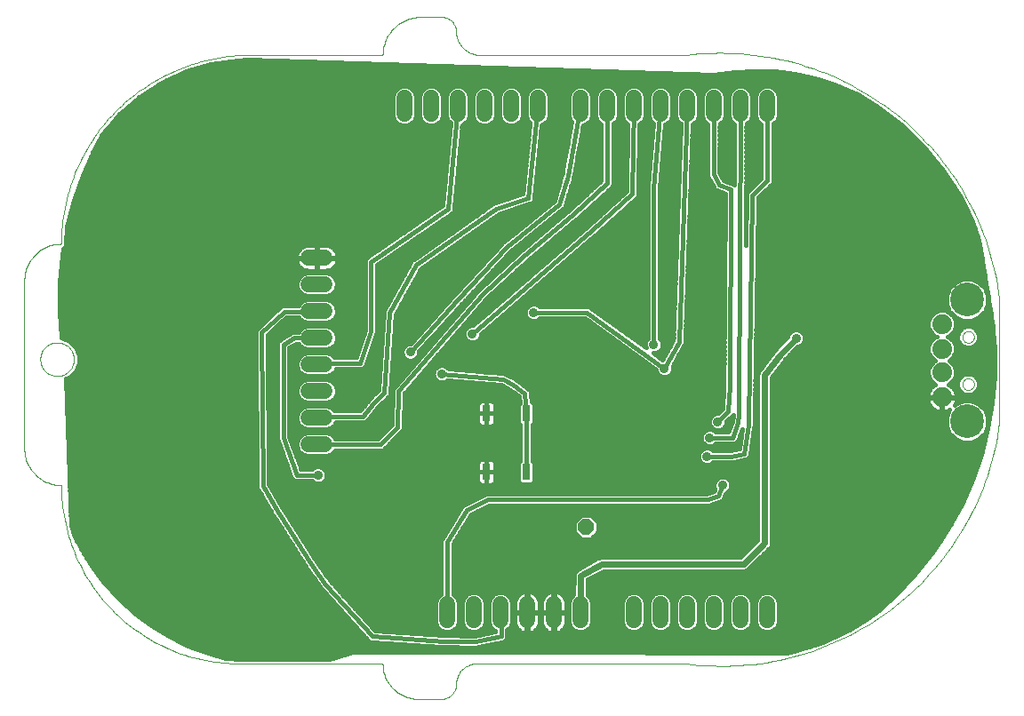
<source format=gbl>
G75*
%MOIN*%
%OFA0B0*%
%FSLAX24Y24*%
%IPPOS*%
%LPD*%
%AMOC8*
5,1,8,0,0,1.08239X$1,22.5*
%
%ADD10C,0.0000*%
%ADD11C,0.0740*%
%ADD12C,0.1266*%
%ADD13C,0.0600*%
%ADD14R,0.0300X0.0600*%
%ADD15OC8,0.0600*%
%ADD16C,0.0160*%
%ADD17C,0.0360*%
%ADD18C,0.0240*%
D10*
X008171Y001429D02*
X013535Y001429D01*
X013537Y001357D01*
X013543Y001285D01*
X013553Y001214D01*
X013566Y001143D01*
X013583Y001073D01*
X013605Y001005D01*
X013629Y000937D01*
X013658Y000871D01*
X013690Y000806D01*
X013725Y000744D01*
X013764Y000683D01*
X013806Y000625D01*
X013851Y000569D01*
X013899Y000515D01*
X013950Y000464D01*
X014004Y000416D01*
X014060Y000371D01*
X014118Y000329D01*
X014179Y000290D01*
X014241Y000255D01*
X014306Y000223D01*
X014372Y000194D01*
X014440Y000170D01*
X014508Y000148D01*
X014578Y000131D01*
X014649Y000118D01*
X014720Y000108D01*
X014792Y000102D01*
X014864Y000100D01*
X015734Y000100D01*
X015780Y000102D01*
X015826Y000108D01*
X015871Y000117D01*
X015915Y000130D01*
X015958Y000147D01*
X015999Y000167D01*
X016039Y000191D01*
X016076Y000217D01*
X016111Y000247D01*
X016144Y000280D01*
X016174Y000315D01*
X016200Y000352D01*
X016224Y000392D01*
X016244Y000433D01*
X016261Y000476D01*
X016274Y000520D01*
X016283Y000565D01*
X016289Y000611D01*
X016291Y000657D01*
X016293Y000710D01*
X016298Y000762D01*
X016307Y000814D01*
X016320Y000865D01*
X016336Y000916D01*
X016355Y000965D01*
X016378Y001012D01*
X016403Y001058D01*
X016432Y001102D01*
X016464Y001144D01*
X016499Y001184D01*
X016536Y001221D01*
X016576Y001256D01*
X016618Y001288D01*
X016662Y001317D01*
X016708Y001342D01*
X016755Y001365D01*
X016804Y001384D01*
X016855Y001400D01*
X016906Y001413D01*
X016958Y001422D01*
X017010Y001427D01*
X017063Y001429D01*
X024903Y001429D01*
X036665Y010484D02*
X036665Y015110D01*
X035275Y013683D02*
X035277Y013712D01*
X035283Y013740D01*
X035292Y013768D01*
X035305Y013794D01*
X035322Y013817D01*
X035341Y013839D01*
X035363Y013858D01*
X035388Y013873D01*
X035414Y013886D01*
X035442Y013894D01*
X035470Y013899D01*
X035499Y013900D01*
X035528Y013897D01*
X035556Y013890D01*
X035583Y013880D01*
X035609Y013866D01*
X035632Y013849D01*
X035653Y013829D01*
X035671Y013806D01*
X035686Y013781D01*
X035697Y013754D01*
X035705Y013726D01*
X035709Y013697D01*
X035709Y013669D01*
X035705Y013640D01*
X035697Y013612D01*
X035686Y013585D01*
X035671Y013560D01*
X035653Y013537D01*
X035632Y013517D01*
X035609Y013500D01*
X035583Y013486D01*
X035556Y013476D01*
X035528Y013469D01*
X035499Y013466D01*
X035470Y013467D01*
X035442Y013472D01*
X035414Y013480D01*
X035388Y013493D01*
X035363Y013508D01*
X035341Y013527D01*
X035322Y013549D01*
X035305Y013572D01*
X035292Y013598D01*
X035283Y013626D01*
X035277Y013654D01*
X035275Y013683D01*
X035275Y011911D02*
X035277Y011940D01*
X035283Y011968D01*
X035292Y011996D01*
X035305Y012022D01*
X035322Y012045D01*
X035341Y012067D01*
X035363Y012086D01*
X035388Y012101D01*
X035414Y012114D01*
X035442Y012122D01*
X035470Y012127D01*
X035499Y012128D01*
X035528Y012125D01*
X035556Y012118D01*
X035583Y012108D01*
X035609Y012094D01*
X035632Y012077D01*
X035653Y012057D01*
X035671Y012034D01*
X035686Y012009D01*
X035697Y011982D01*
X035705Y011954D01*
X035709Y011925D01*
X035709Y011897D01*
X035705Y011868D01*
X035697Y011840D01*
X035686Y011813D01*
X035671Y011788D01*
X035653Y011765D01*
X035632Y011745D01*
X035609Y011728D01*
X035583Y011714D01*
X035556Y011704D01*
X035528Y011697D01*
X035499Y011694D01*
X035470Y011695D01*
X035442Y011700D01*
X035414Y011708D01*
X035388Y011721D01*
X035363Y011736D01*
X035341Y011755D01*
X035322Y011777D01*
X035305Y011800D01*
X035292Y011826D01*
X035283Y011854D01*
X035277Y011882D01*
X035275Y011911D01*
X036664Y010484D02*
X036629Y010233D01*
X036587Y009982D01*
X036539Y009733D01*
X036485Y009485D01*
X036425Y009239D01*
X036360Y008994D01*
X036288Y008751D01*
X036210Y008509D01*
X036127Y008270D01*
X036038Y008032D01*
X035943Y007797D01*
X035843Y007564D01*
X035737Y007334D01*
X035625Y007106D01*
X035508Y006881D01*
X035386Y006659D01*
X035258Y006440D01*
X035125Y006224D01*
X034987Y006011D01*
X034843Y005802D01*
X034695Y005596D01*
X034542Y005394D01*
X034384Y005196D01*
X034221Y005001D01*
X034053Y004811D01*
X033881Y004624D01*
X033705Y004442D01*
X033524Y004264D01*
X033339Y004091D01*
X033149Y003922D01*
X032956Y003758D01*
X032759Y003598D01*
X032558Y003443D01*
X032353Y003294D01*
X032145Y003149D01*
X031933Y003009D01*
X031718Y002874D01*
X031500Y002745D01*
X031279Y002621D01*
X031055Y002502D01*
X030828Y002389D01*
X030598Y002281D01*
X030366Y002179D01*
X030132Y002083D01*
X029895Y001992D01*
X029656Y001907D01*
X029415Y001828D01*
X029172Y001754D01*
X028928Y001687D01*
X028681Y001625D01*
X028434Y001569D01*
X028185Y001520D01*
X027935Y001476D01*
X027685Y001439D01*
X027433Y001407D01*
X027181Y001382D01*
X026928Y001363D01*
X026674Y001349D01*
X026421Y001342D01*
X026167Y001341D01*
X025914Y001347D01*
X025660Y001358D01*
X025407Y001375D01*
X025155Y001399D01*
X024903Y001429D01*
X008171Y001429D02*
X008009Y001431D01*
X007848Y001437D01*
X007686Y001447D01*
X007525Y001460D01*
X007364Y001478D01*
X007204Y001499D01*
X007044Y001525D01*
X006885Y001554D01*
X006727Y001587D01*
X006569Y001623D01*
X006413Y001664D01*
X006257Y001708D01*
X006103Y001757D01*
X005950Y001808D01*
X005798Y001864D01*
X005647Y001923D01*
X005498Y001986D01*
X005351Y002052D01*
X005205Y002122D01*
X005061Y002196D01*
X004918Y002273D01*
X004778Y002353D01*
X004640Y002437D01*
X004503Y002524D01*
X004369Y002614D01*
X004237Y002707D01*
X004107Y002804D01*
X003980Y002904D01*
X003855Y003006D01*
X003733Y003112D01*
X003613Y003221D01*
X003496Y003332D01*
X003381Y003447D01*
X003270Y003564D01*
X003161Y003684D01*
X003055Y003806D01*
X002953Y003931D01*
X002853Y004058D01*
X002756Y004188D01*
X002663Y004320D01*
X002573Y004454D01*
X002486Y004591D01*
X002402Y004729D01*
X002322Y004869D01*
X002245Y005012D01*
X002171Y005156D01*
X002101Y005302D01*
X002035Y005449D01*
X001972Y005598D01*
X001913Y005749D01*
X001857Y005901D01*
X001806Y006054D01*
X001757Y006208D01*
X001713Y006364D01*
X001672Y006520D01*
X001636Y006678D01*
X001603Y006836D01*
X001574Y006995D01*
X001548Y007155D01*
X001527Y007315D01*
X001509Y007476D01*
X001496Y007637D01*
X001486Y007799D01*
X001480Y007960D01*
X001478Y008122D01*
X001406Y008124D01*
X001334Y008130D01*
X001262Y008139D01*
X001191Y008152D01*
X001121Y008169D01*
X001052Y008189D01*
X000984Y008214D01*
X000918Y008241D01*
X000852Y008272D01*
X000789Y008307D01*
X000727Y008344D01*
X000668Y008385D01*
X000611Y008429D01*
X000556Y008476D01*
X000504Y008526D01*
X000454Y008578D01*
X000407Y008633D01*
X000363Y008690D01*
X000322Y008749D01*
X000285Y008811D01*
X000250Y008874D01*
X000219Y008940D01*
X000192Y009006D01*
X000167Y009074D01*
X000147Y009143D01*
X000130Y009213D01*
X000117Y009284D01*
X000108Y009356D01*
X000102Y009428D01*
X000100Y009500D01*
X000100Y015799D01*
X000102Y015871D01*
X000108Y015943D01*
X000117Y016015D01*
X000130Y016086D01*
X000147Y016156D01*
X000167Y016225D01*
X000192Y016293D01*
X000219Y016359D01*
X000250Y016425D01*
X000285Y016488D01*
X000322Y016550D01*
X000363Y016609D01*
X000407Y016666D01*
X000454Y016721D01*
X000504Y016773D01*
X000556Y016823D01*
X000611Y016870D01*
X000668Y016914D01*
X000727Y016955D01*
X000789Y016992D01*
X000852Y017027D01*
X000918Y017058D01*
X000984Y017085D01*
X001052Y017110D01*
X001121Y017130D01*
X001191Y017147D01*
X001262Y017160D01*
X001334Y017169D01*
X001406Y017175D01*
X001478Y017177D01*
X000698Y012846D02*
X000700Y012896D01*
X000706Y012946D01*
X000716Y012995D01*
X000730Y013043D01*
X000747Y013090D01*
X000768Y013135D01*
X000793Y013179D01*
X000821Y013220D01*
X000853Y013259D01*
X000887Y013296D01*
X000924Y013330D01*
X000964Y013360D01*
X001006Y013387D01*
X001050Y013411D01*
X001096Y013432D01*
X001143Y013448D01*
X001191Y013461D01*
X001241Y013470D01*
X001290Y013475D01*
X001341Y013476D01*
X001391Y013473D01*
X001440Y013466D01*
X001489Y013455D01*
X001537Y013440D01*
X001583Y013422D01*
X001628Y013400D01*
X001671Y013374D01*
X001712Y013345D01*
X001751Y013313D01*
X001787Y013278D01*
X001819Y013240D01*
X001849Y013200D01*
X001876Y013157D01*
X001899Y013113D01*
X001918Y013067D01*
X001934Y013019D01*
X001946Y012970D01*
X001954Y012921D01*
X001958Y012871D01*
X001958Y012821D01*
X001954Y012771D01*
X001946Y012722D01*
X001934Y012673D01*
X001918Y012625D01*
X001899Y012579D01*
X001876Y012535D01*
X001849Y012492D01*
X001819Y012452D01*
X001787Y012414D01*
X001751Y012379D01*
X001712Y012347D01*
X001671Y012318D01*
X001628Y012292D01*
X001583Y012270D01*
X001537Y012252D01*
X001489Y012237D01*
X001440Y012226D01*
X001391Y012219D01*
X001341Y012216D01*
X001290Y012217D01*
X001241Y012222D01*
X001191Y012231D01*
X001143Y012244D01*
X001096Y012260D01*
X001050Y012281D01*
X001006Y012305D01*
X000964Y012332D01*
X000924Y012362D01*
X000887Y012396D01*
X000853Y012433D01*
X000821Y012472D01*
X000793Y012513D01*
X000768Y012557D01*
X000747Y012602D01*
X000730Y012649D01*
X000716Y012697D01*
X000706Y012746D01*
X000700Y012796D01*
X000698Y012846D01*
X001478Y017177D02*
X001480Y017348D01*
X001486Y017519D01*
X001497Y017690D01*
X001511Y017861D01*
X001530Y018031D01*
X001552Y018201D01*
X001579Y018370D01*
X001610Y018539D01*
X001645Y018706D01*
X001684Y018873D01*
X001727Y019039D01*
X001774Y019203D01*
X001825Y019367D01*
X001880Y019529D01*
X001939Y019690D01*
X002001Y019849D01*
X002068Y020007D01*
X002138Y020163D01*
X002212Y020318D01*
X002290Y020470D01*
X002371Y020621D01*
X002456Y020770D01*
X002545Y020916D01*
X002637Y021061D01*
X002733Y021203D01*
X002831Y021343D01*
X002934Y021480D01*
X003039Y021615D01*
X003148Y021747D01*
X003260Y021877D01*
X003375Y022003D01*
X003494Y022127D01*
X003615Y022248D01*
X003739Y022367D01*
X003865Y022482D01*
X003995Y022594D01*
X004127Y022703D01*
X004262Y022808D01*
X004399Y022911D01*
X004539Y023009D01*
X004681Y023105D01*
X004826Y023197D01*
X004972Y023286D01*
X005121Y023371D01*
X005272Y023452D01*
X005424Y023530D01*
X005579Y023604D01*
X005735Y023674D01*
X005893Y023741D01*
X006052Y023803D01*
X006213Y023862D01*
X006375Y023917D01*
X006539Y023968D01*
X006703Y024015D01*
X006869Y024058D01*
X007036Y024097D01*
X007203Y024132D01*
X007372Y024163D01*
X007541Y024190D01*
X007711Y024212D01*
X007881Y024231D01*
X008052Y024245D01*
X008223Y024256D01*
X008394Y024262D01*
X008565Y024264D01*
X008565Y024263D02*
X013535Y024263D01*
X013537Y024338D01*
X013543Y024412D01*
X013553Y024486D01*
X013566Y024560D01*
X013584Y024632D01*
X013605Y024704D01*
X013630Y024774D01*
X013658Y024843D01*
X013691Y024911D01*
X013726Y024977D01*
X013765Y025040D01*
X013808Y025102D01*
X013853Y025161D01*
X013902Y025218D01*
X013953Y025272D01*
X014007Y025323D01*
X014064Y025372D01*
X014123Y025417D01*
X014185Y025460D01*
X014249Y025499D01*
X014314Y025534D01*
X014382Y025567D01*
X014451Y025595D01*
X014521Y025620D01*
X014593Y025641D01*
X014665Y025659D01*
X014739Y025672D01*
X014813Y025682D01*
X014887Y025688D01*
X014962Y025690D01*
X014962Y025691D02*
X015734Y025691D01*
X015780Y025689D01*
X015826Y025683D01*
X015871Y025674D01*
X015915Y025661D01*
X015958Y025644D01*
X015999Y025624D01*
X016039Y025600D01*
X016076Y025574D01*
X016111Y025544D01*
X016144Y025511D01*
X016174Y025476D01*
X016200Y025439D01*
X016224Y025399D01*
X016244Y025358D01*
X016261Y025315D01*
X016274Y025271D01*
X016283Y025226D01*
X016289Y025180D01*
X016291Y025134D01*
X016293Y025077D01*
X016298Y025020D01*
X016308Y024964D01*
X016321Y024909D01*
X016337Y024854D01*
X016357Y024801D01*
X016381Y024749D01*
X016408Y024699D01*
X016438Y024651D01*
X016471Y024604D01*
X016507Y024560D01*
X016546Y024519D01*
X016587Y024480D01*
X016631Y024444D01*
X016678Y024411D01*
X016726Y024381D01*
X016776Y024354D01*
X016828Y024330D01*
X016881Y024310D01*
X016936Y024294D01*
X016991Y024281D01*
X017047Y024271D01*
X017104Y024266D01*
X017161Y024264D01*
X017161Y024263D02*
X024903Y024263D01*
X024903Y024264D02*
X025156Y024292D01*
X025410Y024315D01*
X025664Y024331D01*
X025918Y024341D01*
X026173Y024345D01*
X026428Y024343D01*
X026682Y024334D01*
X026936Y024320D01*
X027190Y024299D01*
X027443Y024272D01*
X027696Y024239D01*
X027948Y024200D01*
X028198Y024155D01*
X028448Y024104D01*
X028696Y024047D01*
X028943Y023984D01*
X029188Y023915D01*
X029431Y023840D01*
X029673Y023759D01*
X029912Y023672D01*
X030150Y023580D01*
X030385Y023482D01*
X030617Y023378D01*
X030847Y023269D01*
X031075Y023154D01*
X031299Y023033D01*
X031520Y022908D01*
X031739Y022776D01*
X031954Y022640D01*
X032166Y022499D01*
X032374Y022352D01*
X032579Y022201D01*
X032780Y022044D01*
X032977Y021883D01*
X033170Y021717D01*
X033359Y021547D01*
X033544Y021371D01*
X033725Y021192D01*
X033901Y021008D01*
X034073Y020820D01*
X034240Y020628D01*
X034403Y020432D01*
X034560Y020232D01*
X034713Y020028D01*
X034861Y019821D01*
X035004Y019610D01*
X035142Y019396D01*
X035274Y019178D01*
X035401Y018958D01*
X035523Y018734D01*
X035639Y018507D01*
X035750Y018278D01*
X035855Y018046D01*
X035955Y017812D01*
X036049Y017575D01*
X036137Y017336D01*
X036220Y017095D01*
X036296Y016852D01*
X036367Y016608D01*
X036432Y016361D01*
X036490Y016113D01*
X036543Y015864D01*
X036590Y015614D01*
X036630Y015362D01*
X036665Y015110D01*
D11*
X034507Y014175D03*
X034507Y013241D03*
X034507Y012353D03*
X034507Y011419D03*
D12*
X035452Y010513D03*
X035452Y015080D03*
D13*
X027952Y022054D02*
X027952Y022654D01*
X026952Y022654D02*
X026952Y022054D01*
X025952Y022054D02*
X025952Y022654D01*
X024952Y022654D02*
X024952Y022054D01*
X023952Y022054D02*
X023952Y022654D01*
X022952Y022654D02*
X022952Y022054D01*
X021952Y022054D02*
X021952Y022654D01*
X020952Y022654D02*
X020952Y022054D01*
X019352Y022054D02*
X019352Y022654D01*
X018352Y022654D02*
X018352Y022054D01*
X017352Y022054D02*
X017352Y022654D01*
X016352Y022654D02*
X016352Y022054D01*
X015352Y022054D02*
X015352Y022654D01*
X014352Y022654D02*
X014352Y022054D01*
X011364Y016652D02*
X010764Y016652D01*
X010764Y015652D02*
X011364Y015652D01*
X011364Y014652D02*
X010764Y014652D01*
X010764Y013652D02*
X011364Y013652D01*
X011364Y012652D02*
X010764Y012652D01*
X010764Y011652D02*
X011364Y011652D01*
X011364Y010652D02*
X010764Y010652D01*
X010764Y009652D02*
X011364Y009652D01*
X015952Y003654D02*
X015952Y003054D01*
X016952Y003054D02*
X016952Y003654D01*
X017952Y003654D02*
X017952Y003054D01*
X018952Y003054D02*
X018952Y003654D01*
X019952Y003654D02*
X019952Y003054D01*
X020952Y003054D02*
X020952Y003654D01*
X022952Y003654D02*
X022952Y003054D01*
X023952Y003054D02*
X023952Y003654D01*
X024952Y003654D02*
X024952Y003054D01*
X025952Y003054D02*
X025952Y003654D01*
X026952Y003654D02*
X026952Y003054D01*
X027952Y003054D02*
X027952Y003654D01*
D14*
X018922Y008612D03*
X017422Y008612D03*
X017422Y010812D03*
X018922Y010812D03*
D15*
X021163Y006547D03*
D16*
X004854Y002868D02*
X004222Y003341D01*
X003636Y003870D01*
X003101Y004451D01*
X002622Y005079D01*
X002204Y005748D01*
X001949Y006253D01*
X001843Y006614D01*
X001666Y012110D01*
X001786Y012159D01*
X002014Y012387D01*
X002137Y012685D01*
X002137Y013007D01*
X002014Y013305D01*
X001786Y013533D01*
X001489Y013656D01*
X001484Y013656D01*
X001409Y014668D01*
X001418Y015721D01*
X001514Y016771D01*
X001553Y016998D01*
X001658Y017102D01*
X001658Y017177D01*
X001676Y017669D01*
X001696Y017813D01*
X001961Y018828D01*
X002311Y019823D01*
X002741Y020785D01*
X003014Y021283D01*
X003036Y021316D01*
X003681Y022060D01*
X004426Y022706D01*
X005255Y023239D01*
X006151Y023648D01*
X007096Y023926D01*
X008072Y024066D01*
X008486Y024081D01*
X025953Y023522D01*
X026710Y023630D01*
X027473Y023671D01*
X028237Y023644D01*
X028995Y023549D01*
X029742Y023389D01*
X030472Y023162D01*
X031179Y022873D01*
X031347Y022786D01*
X032101Y022324D01*
X033018Y021611D01*
X033849Y020799D01*
X034584Y019900D01*
X035213Y018924D01*
X035621Y018103D01*
X035694Y017922D01*
X035918Y017192D01*
X036397Y014240D01*
X036476Y013239D01*
X036472Y012236D01*
X036386Y011236D01*
X036218Y010246D01*
X035969Y009274D01*
X035642Y008325D01*
X035237Y007406D01*
X034759Y006524D01*
X034210Y005683D01*
X033594Y004891D01*
X032915Y004152D01*
X032178Y003471D01*
X031675Y003077D01*
X031091Y002724D01*
X030041Y002240D01*
X028942Y001877D01*
X028690Y001824D01*
X018145Y001863D01*
X012405Y001844D01*
X011646Y001625D01*
X011559Y001609D01*
X008171Y001609D01*
X007706Y001625D01*
X007658Y001632D01*
X006972Y001824D01*
X006235Y002107D01*
X005527Y002456D01*
X004854Y002868D01*
X004857Y002866D02*
X012478Y002866D01*
X012334Y003025D02*
X004645Y003025D01*
X004433Y003183D02*
X012190Y003183D01*
X012046Y003342D02*
X004221Y003342D01*
X004046Y003500D02*
X011902Y003500D01*
X011759Y003659D02*
X003870Y003659D01*
X003695Y003817D02*
X011615Y003817D01*
X011471Y003976D02*
X003539Y003976D01*
X003393Y004134D02*
X011327Y004134D01*
X011287Y004178D02*
X012987Y002306D01*
X013046Y002239D01*
X013048Y002239D01*
X013050Y002237D01*
X013139Y002233D01*
X015709Y002061D01*
X015714Y002057D01*
X015800Y002055D01*
X015885Y002050D01*
X015890Y002054D01*
X016941Y002037D01*
X016963Y002022D01*
X017029Y002035D01*
X017097Y002034D01*
X017116Y002052D01*
X017998Y002229D01*
X018071Y002231D01*
X018085Y002246D01*
X018107Y002251D01*
X018147Y002311D01*
X018196Y002363D01*
X018196Y002384D01*
X018208Y002402D01*
X018193Y002473D01*
X018188Y002676D01*
X018201Y002681D01*
X018325Y002805D01*
X018392Y002966D01*
X018392Y003741D01*
X018325Y003903D01*
X018201Y004027D01*
X018039Y004094D01*
X017864Y004094D01*
X017702Y004027D01*
X017579Y003903D01*
X017512Y003741D01*
X017512Y002966D01*
X017579Y002805D01*
X017702Y002681D01*
X017749Y002662D01*
X017750Y002628D01*
X016989Y002476D01*
X015818Y002495D01*
X013254Y002666D01*
X011571Y004519D01*
X011110Y005173D01*
X009776Y007272D01*
X009257Y008162D01*
X009218Y013757D01*
X009659Y014180D01*
X009927Y014417D01*
X010385Y014417D01*
X010391Y014403D01*
X010515Y014279D01*
X010677Y014212D01*
X011452Y014212D01*
X011613Y014279D01*
X011737Y014403D01*
X011804Y014565D01*
X011804Y014740D01*
X011737Y014902D01*
X011613Y015025D01*
X011452Y015092D01*
X010677Y015092D01*
X010515Y015025D01*
X010391Y014902D01*
X010373Y014857D01*
X009851Y014857D01*
X009767Y014863D01*
X009761Y014857D01*
X009753Y014857D01*
X009693Y014798D01*
X009428Y014564D01*
X009423Y014564D01*
X009360Y014504D01*
X009296Y014447D01*
X009295Y014441D01*
X008908Y014069D01*
X008905Y014069D01*
X008843Y014007D01*
X008779Y013945D01*
X008779Y013942D01*
X008777Y013940D01*
X008778Y013851D01*
X008776Y013763D01*
X008778Y013761D01*
X008817Y008130D01*
X008801Y008070D01*
X008817Y008042D01*
X008818Y008009D01*
X008862Y007966D01*
X009355Y007121D01*
X009354Y007116D01*
X009400Y007043D01*
X009444Y006968D01*
X009449Y006966D01*
X010696Y005004D01*
X010694Y004998D01*
X010744Y004928D01*
X010790Y004856D01*
X010796Y004855D01*
X011176Y004316D01*
X011175Y004301D01*
X011227Y004244D01*
X011272Y004180D01*
X011287Y004178D01*
X011183Y004293D02*
X003247Y004293D01*
X003101Y004451D02*
X011081Y004451D01*
X010969Y004610D02*
X002981Y004610D01*
X002860Y004768D02*
X010857Y004768D01*
X010745Y004927D02*
X002739Y004927D01*
X002619Y005085D02*
X010644Y005085D01*
X010544Y005244D02*
X002519Y005244D01*
X002420Y005402D02*
X010443Y005402D01*
X010342Y005561D02*
X002321Y005561D01*
X002222Y005719D02*
X010241Y005719D01*
X010141Y005878D02*
X002138Y005878D01*
X002058Y006036D02*
X010040Y006036D01*
X009939Y006195D02*
X001978Y006195D01*
X001920Y006353D02*
X009838Y006353D01*
X009738Y006512D02*
X001873Y006512D01*
X001841Y006670D02*
X009637Y006670D01*
X009536Y006829D02*
X001836Y006829D01*
X001831Y006987D02*
X009433Y006987D01*
X009340Y007146D02*
X001826Y007146D01*
X001821Y007304D02*
X009248Y007304D01*
X009155Y007463D02*
X001816Y007463D01*
X001810Y007621D02*
X009063Y007621D01*
X008970Y007780D02*
X001805Y007780D01*
X001800Y007938D02*
X008878Y007938D01*
X008808Y008097D02*
X001795Y008097D01*
X001790Y008255D02*
X008816Y008255D01*
X008815Y008414D02*
X001785Y008414D01*
X001780Y008572D02*
X008814Y008572D01*
X008813Y008731D02*
X001775Y008731D01*
X001770Y008889D02*
X008812Y008889D01*
X008811Y009048D02*
X001765Y009048D01*
X001760Y009206D02*
X008809Y009206D01*
X008808Y009365D02*
X001754Y009365D01*
X001749Y009523D02*
X008807Y009523D01*
X008806Y009682D02*
X001744Y009682D01*
X001739Y009840D02*
X008805Y009840D01*
X008804Y009999D02*
X001734Y009999D01*
X001729Y010157D02*
X008803Y010157D01*
X008802Y010316D02*
X001724Y010316D01*
X001719Y010474D02*
X008801Y010474D01*
X008800Y010633D02*
X001714Y010633D01*
X001709Y010791D02*
X008799Y010791D01*
X008797Y010950D02*
X001703Y010950D01*
X001698Y011108D02*
X008796Y011108D01*
X008795Y011267D02*
X001693Y011267D01*
X001688Y011425D02*
X008794Y011425D01*
X008793Y011584D02*
X001683Y011584D01*
X001678Y011742D02*
X008792Y011742D01*
X008791Y011901D02*
X001673Y011901D01*
X001668Y012059D02*
X008790Y012059D01*
X008789Y012218D02*
X001845Y012218D01*
X002003Y012376D02*
X008788Y012376D01*
X008787Y012535D02*
X002075Y012535D01*
X002137Y012693D02*
X008786Y012693D01*
X008784Y012852D02*
X002137Y012852D01*
X002136Y013010D02*
X008783Y013010D01*
X008782Y013169D02*
X002071Y013169D01*
X001992Y013327D02*
X008781Y013327D01*
X008780Y013486D02*
X001833Y013486D01*
X001517Y013644D02*
X008779Y013644D01*
X008777Y013803D02*
X001473Y013803D01*
X001462Y013961D02*
X008796Y013961D01*
X008961Y014120D02*
X001450Y014120D01*
X001438Y014278D02*
X009125Y014278D01*
X009290Y014437D02*
X001426Y014437D01*
X001415Y014595D02*
X009464Y014595D01*
X009643Y014754D02*
X001410Y014754D01*
X001411Y014912D02*
X010402Y014912D01*
X010624Y015071D02*
X001413Y015071D01*
X001414Y015229D02*
X010636Y015229D01*
X010677Y015212D02*
X010515Y015279D01*
X010391Y015403D01*
X010324Y015565D01*
X010324Y015740D01*
X010391Y015902D01*
X010515Y016025D01*
X010677Y016092D01*
X011452Y016092D01*
X011613Y016025D01*
X011737Y015902D01*
X011804Y015740D01*
X011804Y015565D01*
X011737Y015403D01*
X011613Y015279D01*
X011452Y015212D01*
X010677Y015212D01*
X010407Y015388D02*
X001415Y015388D01*
X001417Y015546D02*
X010332Y015546D01*
X010324Y015705D02*
X001418Y015705D01*
X001431Y015863D02*
X010375Y015863D01*
X010511Y016022D02*
X001445Y016022D01*
X001460Y016180D02*
X010677Y016180D01*
X010652Y016184D02*
X010726Y016172D01*
X011044Y016172D01*
X011044Y016632D01*
X011084Y016632D01*
X011084Y016172D01*
X011402Y016172D01*
X011477Y016184D01*
X011548Y016208D01*
X011616Y016242D01*
X011677Y016286D01*
X011730Y016340D01*
X011775Y016401D01*
X011809Y016468D01*
X011832Y016540D01*
X011844Y016615D01*
X011844Y016632D01*
X011084Y016632D01*
X011084Y016672D01*
X011844Y016672D01*
X011844Y016690D01*
X011832Y016765D01*
X011809Y016837D01*
X011775Y016904D01*
X011730Y016965D01*
X011677Y017018D01*
X011616Y017063D01*
X011548Y017097D01*
X011477Y017121D01*
X011402Y017132D01*
X011084Y017132D01*
X011084Y016672D01*
X011044Y016672D01*
X011044Y016632D01*
X010284Y016632D01*
X010284Y016615D01*
X010296Y016540D01*
X010319Y016468D01*
X010354Y016401D01*
X010398Y016340D01*
X010451Y016286D01*
X010513Y016242D01*
X010580Y016208D01*
X010652Y016184D01*
X010399Y016339D02*
X001474Y016339D01*
X001489Y016497D02*
X010310Y016497D01*
X010284Y016672D02*
X011044Y016672D01*
X011044Y017132D01*
X010726Y017132D01*
X010652Y017121D01*
X010580Y017097D01*
X010513Y017063D01*
X010451Y017018D01*
X010398Y016965D01*
X010354Y016904D01*
X010319Y016837D01*
X010296Y016765D01*
X010284Y016690D01*
X010284Y016672D01*
X010312Y016814D02*
X001521Y016814D01*
X001503Y016656D02*
X011044Y016656D01*
X011084Y016656D02*
X012936Y016656D01*
X012960Y016672D02*
X012902Y016632D01*
X012898Y016609D01*
X012882Y016593D01*
X012882Y016522D01*
X012869Y016452D01*
X012882Y016434D01*
X012882Y013938D01*
X012543Y012922D01*
X011716Y012922D01*
X011613Y013025D01*
X011452Y013092D01*
X010677Y013092D01*
X010515Y013025D01*
X010391Y012902D01*
X010324Y012740D01*
X010324Y012565D01*
X010391Y012403D01*
X010515Y012279D01*
X010677Y012212D01*
X011452Y012212D01*
X011613Y012279D01*
X011737Y012403D01*
X011770Y012482D01*
X012666Y012482D01*
X012718Y012465D01*
X012754Y012482D01*
X012793Y012482D01*
X012832Y012522D01*
X012881Y012546D01*
X012894Y012584D01*
X012922Y012611D01*
X012922Y012667D01*
X013294Y013784D01*
X013322Y013811D01*
X013322Y013867D01*
X013339Y013919D01*
X013322Y013954D01*
X013322Y016387D01*
X016061Y018276D01*
X016072Y018275D01*
X016135Y018327D01*
X016201Y018373D01*
X016204Y018384D01*
X016212Y018392D01*
X016220Y018472D01*
X016234Y018552D01*
X016228Y018562D01*
X016508Y021642D01*
X016601Y021681D01*
X016725Y021805D01*
X016792Y021966D01*
X016792Y022741D01*
X016725Y022903D01*
X016601Y023027D01*
X016439Y023094D01*
X016264Y023094D01*
X016102Y023027D01*
X015979Y022903D01*
X015912Y022741D01*
X015912Y021966D01*
X015979Y021805D01*
X016072Y021711D01*
X015792Y018625D01*
X013033Y016722D01*
X013010Y016722D01*
X012960Y016672D01*
X012877Y016497D02*
X011818Y016497D01*
X011729Y016339D02*
X012882Y016339D01*
X012882Y016180D02*
X011451Y016180D01*
X011617Y016022D02*
X012882Y016022D01*
X012882Y015863D02*
X011753Y015863D01*
X011804Y015705D02*
X012882Y015705D01*
X012882Y015546D02*
X011796Y015546D01*
X011722Y015388D02*
X012882Y015388D01*
X012882Y015229D02*
X011492Y015229D01*
X011504Y015071D02*
X012882Y015071D01*
X012882Y014912D02*
X011727Y014912D01*
X011798Y014754D02*
X012882Y014754D01*
X012882Y014595D02*
X011804Y014595D01*
X011751Y014437D02*
X012882Y014437D01*
X012882Y014278D02*
X011610Y014278D01*
X011452Y014092D02*
X010677Y014092D01*
X010515Y014025D01*
X010391Y013902D01*
X010379Y013872D01*
X010239Y013872D01*
X010175Y013887D01*
X010151Y013872D01*
X010123Y013872D01*
X010076Y013826D01*
X009751Y013622D01*
X009723Y013622D01*
X009676Y013576D01*
X009620Y013541D01*
X009614Y013513D01*
X009594Y013493D01*
X009594Y013427D01*
X009579Y013363D01*
X009594Y013339D01*
X009594Y009952D01*
X009576Y009914D01*
X009594Y009864D01*
X009594Y009811D01*
X009624Y009782D01*
X010094Y008464D01*
X010094Y008411D01*
X010124Y008382D01*
X010138Y008343D01*
X010186Y008320D01*
X010223Y008282D01*
X010265Y008282D01*
X010302Y008265D01*
X010352Y008282D01*
X010882Y008282D01*
X010933Y008231D01*
X011051Y008182D01*
X011178Y008182D01*
X011295Y008231D01*
X011385Y008321D01*
X011434Y008439D01*
X011434Y008566D01*
X011385Y008684D01*
X011295Y008774D01*
X011178Y008822D01*
X011051Y008822D01*
X010933Y008774D01*
X010882Y008722D01*
X010469Y008722D01*
X010034Y009940D01*
X010034Y013280D01*
X010277Y013432D01*
X010379Y013432D01*
X010391Y013403D01*
X010515Y013279D01*
X010677Y013212D01*
X011452Y013212D01*
X011613Y013279D01*
X011737Y013403D01*
X011804Y013565D01*
X011804Y013740D01*
X011737Y013902D01*
X011613Y014025D01*
X011452Y014092D01*
X011678Y013961D02*
X012882Y013961D01*
X012882Y014120D02*
X009595Y014120D01*
X009431Y013961D02*
X010451Y013961D01*
X010518Y014278D02*
X009769Y014278D01*
X009509Y014342D02*
X008998Y013850D01*
X009037Y008102D01*
X009588Y007157D01*
X010927Y005051D01*
X011399Y004381D01*
X013151Y002452D01*
X015809Y002275D01*
X017009Y002256D01*
X017974Y002448D01*
X017952Y003354D01*
X018392Y003342D02*
X018932Y003342D01*
X018932Y003334D02*
X018472Y003334D01*
X018472Y003016D01*
X018483Y002942D01*
X018507Y002870D01*
X018541Y002802D01*
X018585Y002741D01*
X018639Y002688D01*
X018700Y002643D01*
X018767Y002609D01*
X018839Y002586D01*
X018914Y002574D01*
X018932Y002574D01*
X018932Y003334D01*
X018972Y003334D01*
X018972Y003374D01*
X019432Y003374D01*
X019432Y003692D01*
X019420Y003766D01*
X019396Y003838D01*
X019362Y003906D01*
X019318Y003967D01*
X019264Y004020D01*
X019203Y004064D01*
X019136Y004099D01*
X019064Y004122D01*
X018989Y004134D01*
X018972Y004134D01*
X018972Y003374D01*
X018932Y003374D01*
X018932Y004134D01*
X018914Y004134D01*
X018839Y004122D01*
X018767Y004099D01*
X018700Y004064D01*
X018639Y004020D01*
X018585Y003967D01*
X018541Y003906D01*
X018507Y003838D01*
X018483Y003766D01*
X018472Y003692D01*
X018472Y003374D01*
X018932Y003374D01*
X018932Y003334D01*
X018972Y003334D02*
X018972Y002574D01*
X018989Y002574D01*
X019064Y002586D01*
X019136Y002609D01*
X019203Y002643D01*
X019264Y002688D01*
X019318Y002741D01*
X019362Y002802D01*
X019396Y002870D01*
X019420Y002942D01*
X019432Y003016D01*
X019432Y003334D01*
X018972Y003334D01*
X018972Y003342D02*
X019932Y003342D01*
X019932Y003334D02*
X019472Y003334D01*
X019472Y003016D01*
X019483Y002942D01*
X019507Y002870D01*
X019541Y002802D01*
X019585Y002741D01*
X019639Y002688D01*
X019700Y002643D01*
X019767Y002609D01*
X019839Y002586D01*
X019914Y002574D01*
X019932Y002574D01*
X019932Y003334D01*
X019972Y003334D01*
X019972Y003374D01*
X020432Y003374D01*
X020432Y003692D01*
X020420Y003766D01*
X020396Y003838D01*
X020362Y003906D01*
X020318Y003967D01*
X020264Y004020D01*
X020203Y004064D01*
X020136Y004099D01*
X020064Y004122D01*
X019989Y004134D01*
X019972Y004134D01*
X019972Y003374D01*
X019932Y003374D01*
X019932Y004134D01*
X019914Y004134D01*
X019839Y004122D01*
X019767Y004099D01*
X019700Y004064D01*
X019639Y004020D01*
X019585Y003967D01*
X019541Y003906D01*
X019507Y003838D01*
X019483Y003766D01*
X019472Y003692D01*
X019472Y003374D01*
X019932Y003374D01*
X019932Y003334D01*
X019972Y003334D02*
X019972Y002574D01*
X019989Y002574D01*
X020064Y002586D01*
X020136Y002609D01*
X020203Y002643D01*
X020264Y002688D01*
X020318Y002741D01*
X020362Y002802D01*
X020396Y002870D01*
X020420Y002942D01*
X020432Y003016D01*
X020432Y003334D01*
X019972Y003334D01*
X019972Y003342D02*
X020512Y003342D01*
X020512Y003500D02*
X020432Y003500D01*
X020432Y003659D02*
X020512Y003659D01*
X020512Y003741D02*
X020512Y002966D01*
X020579Y002805D01*
X020702Y002681D01*
X020864Y002614D01*
X021039Y002614D01*
X021201Y002681D01*
X021325Y002805D01*
X021392Y002966D01*
X021392Y003741D01*
X021325Y003903D01*
X021219Y004009D01*
X021225Y004578D01*
X021821Y004909D01*
X027120Y004909D01*
X027216Y004948D01*
X027289Y005022D01*
X028076Y005809D01*
X028116Y005905D01*
X028116Y012169D01*
X028643Y012872D01*
X029085Y013313D01*
X029101Y013313D01*
X029218Y013362D01*
X029308Y013452D01*
X029357Y013570D01*
X029357Y013697D01*
X029308Y013815D01*
X029218Y013905D01*
X029101Y013953D01*
X028973Y013953D01*
X028856Y013905D01*
X028766Y013815D01*
X028717Y013697D01*
X028717Y013681D01*
X028286Y013250D01*
X028269Y013240D01*
X028250Y013214D01*
X028226Y013190D01*
X028219Y013173D01*
X027659Y012426D01*
X027635Y012403D01*
X027628Y012385D01*
X027617Y012370D01*
X027609Y012338D01*
X027596Y012307D01*
X027596Y012288D01*
X027591Y012270D01*
X027596Y012237D01*
X027596Y006064D01*
X026961Y005429D01*
X021790Y005429D01*
X021775Y005433D01*
X021739Y005429D01*
X021702Y005429D01*
X021688Y005423D01*
X021673Y005421D01*
X021640Y005403D01*
X021606Y005389D01*
X021595Y005379D01*
X020854Y004967D01*
X020821Y004954D01*
X020809Y004942D01*
X020795Y004934D01*
X020773Y004906D01*
X020747Y004881D01*
X020741Y004866D01*
X020730Y004853D01*
X020721Y004819D01*
X020707Y004786D01*
X020707Y004770D01*
X020702Y004754D01*
X020706Y004718D01*
X020699Y004023D01*
X020579Y003903D01*
X020512Y003741D01*
X020543Y003817D02*
X020403Y003817D01*
X020309Y003976D02*
X020651Y003976D01*
X020700Y004134D02*
X016172Y004134D01*
X016172Y004039D02*
X016172Y005943D01*
X016839Y007018D01*
X017524Y007360D01*
X025692Y007360D01*
X025732Y007342D01*
X025780Y007360D01*
X025831Y007360D01*
X025862Y007391D01*
X026133Y007493D01*
X026142Y007490D01*
X026218Y007525D01*
X026296Y007554D01*
X026300Y007562D01*
X026307Y007565D01*
X026337Y007644D01*
X026371Y007720D01*
X026368Y007728D01*
X026405Y007827D01*
X026462Y007850D01*
X026552Y007940D01*
X026601Y008058D01*
X026601Y008185D01*
X026552Y008303D01*
X026462Y008393D01*
X026345Y008442D01*
X026217Y008442D01*
X026100Y008393D01*
X026010Y008303D01*
X025961Y008185D01*
X025961Y008058D01*
X025993Y007980D01*
X025963Y007899D01*
X025700Y007800D01*
X017508Y007800D01*
X017455Y007818D01*
X017420Y007800D01*
X017381Y007800D01*
X017342Y007761D01*
X016609Y007395D01*
X016546Y007380D01*
X016531Y007356D01*
X016505Y007343D01*
X016484Y007281D01*
X015778Y006143D01*
X015732Y006097D01*
X015732Y006068D01*
X015717Y006044D01*
X015732Y005980D01*
X015732Y004039D01*
X015702Y004027D01*
X015579Y003903D01*
X015512Y003741D01*
X015512Y002966D01*
X015579Y002805D01*
X015702Y002681D01*
X015864Y002614D01*
X016039Y002614D01*
X016201Y002681D01*
X016325Y002805D01*
X016392Y002966D01*
X016392Y003741D01*
X016325Y003903D01*
X016201Y004027D01*
X016172Y004039D01*
X016252Y003976D02*
X016651Y003976D01*
X016702Y004027D02*
X016579Y003903D01*
X016512Y003741D01*
X016512Y002966D01*
X016579Y002805D01*
X016702Y002681D01*
X016864Y002614D01*
X017039Y002614D01*
X017201Y002681D01*
X017325Y002805D01*
X017392Y002966D01*
X017392Y003741D01*
X017325Y003903D01*
X017201Y004027D01*
X017039Y004094D01*
X016864Y004094D01*
X016702Y004027D01*
X016543Y003817D02*
X016360Y003817D01*
X016392Y003659D02*
X016512Y003659D01*
X016512Y003500D02*
X016392Y003500D01*
X016392Y003342D02*
X016512Y003342D01*
X016512Y003183D02*
X016392Y003183D01*
X016392Y003025D02*
X016512Y003025D01*
X016553Y002866D02*
X016350Y002866D01*
X016227Y002708D02*
X016676Y002708D01*
X017227Y002708D02*
X017676Y002708D01*
X017553Y002866D02*
X017350Y002866D01*
X017392Y003025D02*
X017512Y003025D01*
X017512Y003183D02*
X017392Y003183D01*
X017392Y003342D02*
X017512Y003342D01*
X017512Y003500D02*
X017392Y003500D01*
X017392Y003659D02*
X017512Y003659D01*
X017543Y003817D02*
X017360Y003817D01*
X017252Y003976D02*
X017651Y003976D01*
X018252Y003976D02*
X018594Y003976D01*
X018500Y003817D02*
X018360Y003817D01*
X018392Y003659D02*
X018472Y003659D01*
X018472Y003500D02*
X018392Y003500D01*
X018392Y003183D02*
X018472Y003183D01*
X018472Y003025D02*
X018392Y003025D01*
X018350Y002866D02*
X018509Y002866D01*
X018619Y002708D02*
X018227Y002708D01*
X018192Y002549D02*
X030711Y002549D01*
X030367Y002391D02*
X018200Y002391D01*
X018072Y002232D02*
X030016Y002232D01*
X029537Y002074D02*
X017222Y002074D01*
X017356Y002549D02*
X015007Y002549D01*
X015676Y002708D02*
X013217Y002708D01*
X013073Y002866D02*
X015553Y002866D01*
X015512Y003025D02*
X012929Y003025D01*
X012785Y003183D02*
X015512Y003183D01*
X015512Y003342D02*
X012641Y003342D01*
X012497Y003500D02*
X015512Y003500D01*
X015512Y003659D02*
X012353Y003659D01*
X012209Y003817D02*
X015543Y003817D01*
X015651Y003976D02*
X012065Y003976D01*
X011921Y004134D02*
X015732Y004134D01*
X015732Y004293D02*
X011777Y004293D01*
X011633Y004451D02*
X015732Y004451D01*
X015732Y004610D02*
X011507Y004610D01*
X011396Y004768D02*
X015732Y004768D01*
X015732Y004927D02*
X011284Y004927D01*
X011172Y005085D02*
X015732Y005085D01*
X015732Y005244D02*
X011065Y005244D01*
X010964Y005402D02*
X015732Y005402D01*
X015732Y005561D02*
X010863Y005561D01*
X010763Y005719D02*
X015732Y005719D01*
X015732Y005878D02*
X010662Y005878D01*
X010561Y006036D02*
X015718Y006036D01*
X015810Y006195D02*
X010461Y006195D01*
X010360Y006353D02*
X015908Y006353D01*
X016007Y006512D02*
X010259Y006512D01*
X010158Y006670D02*
X016105Y006670D01*
X016204Y006829D02*
X010058Y006829D01*
X009957Y006987D02*
X016302Y006987D01*
X016400Y007146D02*
X009856Y007146D01*
X009757Y007304D02*
X016492Y007304D01*
X016685Y007187D02*
X015952Y006006D01*
X015952Y003354D01*
X016172Y004293D02*
X020701Y004293D01*
X020703Y004451D02*
X016172Y004451D01*
X016172Y004610D02*
X020705Y004610D01*
X020706Y004768D02*
X016172Y004768D01*
X016172Y004927D02*
X020789Y004927D01*
X021067Y005085D02*
X016172Y005085D01*
X016172Y005244D02*
X021352Y005244D01*
X021637Y005402D02*
X016172Y005402D01*
X016172Y005561D02*
X027093Y005561D01*
X027251Y005719D02*
X016172Y005719D01*
X016172Y005878D02*
X027410Y005878D01*
X027568Y006036D02*
X016229Y006036D01*
X016328Y006195D02*
X020893Y006195D01*
X020981Y006107D02*
X021345Y006107D01*
X021603Y006365D01*
X021603Y006729D01*
X021345Y006987D01*
X020981Y006987D01*
X020723Y006729D01*
X020723Y006365D01*
X020981Y006107D01*
X020734Y006353D02*
X016426Y006353D01*
X016525Y006512D02*
X020723Y006512D01*
X020723Y006670D02*
X016623Y006670D01*
X016721Y006829D02*
X020823Y006829D01*
X021503Y006829D02*
X027596Y006829D01*
X027596Y006987D02*
X016820Y006987D01*
X016685Y007187D02*
X017472Y007580D01*
X025740Y007580D01*
X026133Y007728D01*
X026281Y008122D01*
X026150Y008414D02*
X019212Y008414D01*
X019212Y008572D02*
X027596Y008572D01*
X027596Y008414D02*
X026412Y008414D01*
X026572Y008255D02*
X027596Y008255D01*
X027596Y008097D02*
X026601Y008097D01*
X026550Y007938D02*
X027596Y007938D01*
X027596Y007780D02*
X026388Y007780D01*
X026328Y007621D02*
X027596Y007621D01*
X027596Y007463D02*
X026052Y007463D01*
X025977Y007938D02*
X009387Y007938D01*
X009295Y008097D02*
X025961Y008097D01*
X025990Y008255D02*
X019212Y008255D01*
X019212Y008254D02*
X019212Y008970D01*
X019142Y009040D01*
X019142Y010384D01*
X019212Y010454D01*
X019212Y011170D01*
X019130Y011252D01*
X019108Y011252D01*
X019087Y011509D01*
X019093Y011518D01*
X019080Y011599D01*
X019074Y011681D01*
X019066Y011687D01*
X019064Y011698D01*
X018998Y011746D01*
X018935Y011799D01*
X018925Y011798D01*
X018622Y012016D01*
X018618Y012031D01*
X018550Y012069D01*
X018486Y012114D01*
X018471Y012112D01*
X018194Y012265D01*
X018162Y012303D01*
X018118Y012307D01*
X018078Y012329D01*
X018030Y012315D01*
X016006Y012500D01*
X015933Y012574D01*
X015815Y012622D01*
X015688Y012622D01*
X015570Y012574D01*
X015480Y012484D01*
X015432Y012366D01*
X015432Y012239D01*
X015480Y012121D01*
X015570Y012031D01*
X015688Y011982D01*
X015815Y011982D01*
X015933Y012031D01*
X015964Y012062D01*
X017986Y011877D01*
X018314Y011696D01*
X018650Y011453D01*
X018670Y011208D01*
X018632Y011170D01*
X018632Y010454D01*
X018702Y010384D01*
X018702Y009040D01*
X018632Y008970D01*
X018632Y008254D01*
X018714Y008172D01*
X019130Y008172D01*
X019212Y008254D01*
X018922Y008612D02*
X018922Y010812D01*
X018862Y011572D01*
X018432Y011882D01*
X018052Y012092D01*
X015752Y012302D01*
X015972Y012535D02*
X023682Y012535D01*
X023782Y012462D02*
X023782Y012439D01*
X023830Y012321D01*
X023920Y012231D01*
X024038Y012182D01*
X024165Y012182D01*
X024283Y012231D01*
X024373Y012321D01*
X024422Y012439D01*
X024422Y012566D01*
X024407Y012601D01*
X024827Y013366D01*
X024868Y013404D01*
X024870Y013442D01*
X024888Y013476D01*
X024873Y013530D01*
X025148Y021659D01*
X025201Y021681D01*
X025325Y021805D01*
X025392Y021966D01*
X025392Y022741D01*
X025325Y022903D01*
X025201Y023027D01*
X025039Y023094D01*
X024864Y023094D01*
X024702Y023027D01*
X024579Y022903D01*
X024512Y022741D01*
X024512Y021966D01*
X024579Y021805D01*
X024702Y021681D01*
X024709Y021678D01*
X024433Y013562D01*
X024029Y012827D01*
X023676Y013082D01*
X023765Y013082D01*
X023883Y013131D01*
X023973Y013221D01*
X024022Y013339D01*
X024022Y013466D01*
X023973Y013584D01*
X023922Y013635D01*
X023922Y019244D01*
X024115Y021645D01*
X024201Y021681D01*
X024325Y021805D01*
X024392Y021966D01*
X024392Y022741D01*
X024325Y022903D01*
X024201Y023027D01*
X024039Y023094D01*
X023864Y023094D01*
X023702Y023027D01*
X023579Y022903D01*
X023512Y022741D01*
X023512Y021966D01*
X023579Y021805D01*
X023679Y021705D01*
X023489Y019351D01*
X023482Y019343D01*
X023482Y019261D01*
X023475Y019179D01*
X023482Y019171D01*
X023482Y013635D01*
X023430Y013584D01*
X023382Y013466D01*
X023382Y013339D01*
X023407Y013277D01*
X021345Y014770D01*
X021293Y014822D01*
X021273Y014822D01*
X021257Y014834D01*
X021184Y014822D01*
X019434Y014822D01*
X019383Y014874D01*
X019265Y014922D01*
X019138Y014922D01*
X019020Y014874D01*
X018930Y014784D01*
X018882Y014666D01*
X018882Y014539D01*
X018930Y014421D01*
X019020Y014331D01*
X019138Y014282D01*
X019265Y014282D01*
X019383Y014331D01*
X019434Y014382D01*
X021130Y014382D01*
X023782Y012462D01*
X023808Y012376D02*
X017363Y012376D01*
X017732Y011901D02*
X014639Y011901D01*
X014776Y012059D02*
X015542Y012059D01*
X015440Y012218D02*
X014914Y012218D01*
X015052Y012376D02*
X015436Y012376D01*
X015531Y012535D02*
X015189Y012535D01*
X015327Y012693D02*
X023463Y012693D01*
X023244Y012852D02*
X015465Y012852D01*
X015602Y013010D02*
X023025Y013010D01*
X022806Y013169D02*
X015740Y013169D01*
X015877Y013327D02*
X022588Y013327D01*
X022369Y013486D02*
X016973Y013486D01*
X016965Y013482D02*
X017083Y013531D01*
X017173Y013621D01*
X017222Y013739D01*
X017222Y013789D01*
X021479Y017478D01*
X021481Y017478D01*
X021547Y017537D01*
X021615Y017596D01*
X021615Y017598D01*
X022985Y018831D01*
X022989Y018831D01*
X023052Y018892D01*
X023116Y018950D01*
X023117Y018955D01*
X023120Y018958D01*
X023121Y019045D01*
X023126Y019132D01*
X023123Y019135D01*
X023161Y021664D01*
X023201Y021681D01*
X023325Y021805D01*
X023392Y021966D01*
X023392Y022741D01*
X023325Y022903D01*
X023201Y023027D01*
X023039Y023094D01*
X022864Y023094D01*
X022702Y023027D01*
X022579Y022903D01*
X022512Y022741D01*
X022512Y021966D01*
X022579Y021805D01*
X022702Y021681D01*
X022721Y021673D01*
X022683Y019152D01*
X021256Y017867D01*
X016935Y014122D01*
X016838Y014122D01*
X016720Y014074D01*
X016630Y013984D01*
X016582Y013866D01*
X016582Y013739D01*
X016630Y013621D01*
X016720Y013531D01*
X016838Y013482D01*
X016965Y013482D01*
X016830Y013486D02*
X016015Y013486D01*
X016153Y013644D02*
X016621Y013644D01*
X016582Y013803D02*
X016290Y013803D01*
X016428Y013961D02*
X016621Y013961D01*
X016566Y014120D02*
X016831Y014120D01*
X016703Y014278D02*
X017115Y014278D01*
X017298Y014437D02*
X016841Y014437D01*
X016979Y014595D02*
X017480Y014595D01*
X017663Y014754D02*
X017116Y014754D01*
X017254Y014912D02*
X017846Y014912D01*
X018029Y015071D02*
X017392Y015071D01*
X017460Y015149D02*
X018948Y016538D01*
X020778Y018079D01*
X020783Y018079D01*
X020847Y018137D01*
X020913Y018193D01*
X020913Y018198D01*
X022037Y019232D01*
X022043Y019232D01*
X022104Y019294D01*
X022168Y019352D01*
X022168Y019357D01*
X022172Y019361D01*
X022172Y019448D01*
X022175Y019534D01*
X022172Y019538D01*
X022172Y021669D01*
X022201Y021681D01*
X022325Y021805D01*
X022392Y021966D01*
X022392Y022741D01*
X022325Y022903D01*
X022201Y023027D01*
X022039Y023094D01*
X021864Y023094D01*
X021702Y023027D01*
X021579Y022903D01*
X021512Y022741D01*
X021512Y021966D01*
X021579Y021805D01*
X021702Y021681D01*
X021732Y021669D01*
X021732Y019549D01*
X020556Y018468D01*
X018725Y016925D01*
X018718Y016925D01*
X018656Y016867D01*
X018590Y016812D01*
X018590Y016805D01*
X017208Y015516D01*
X017195Y015515D01*
X017143Y015455D01*
X017085Y015401D01*
X017084Y015388D01*
X013972Y011804D01*
X013914Y011748D01*
X013913Y011737D01*
X013906Y011728D01*
X013911Y011647D01*
X013884Y010396D01*
X013360Y009872D01*
X011749Y009872D01*
X011737Y009902D01*
X011613Y010025D01*
X011452Y010092D01*
X010677Y010092D01*
X010515Y010025D01*
X010391Y009902D01*
X010324Y009740D01*
X010324Y009565D01*
X010391Y009403D01*
X010515Y009279D01*
X010677Y009212D01*
X011452Y009212D01*
X011613Y009279D01*
X011737Y009403D01*
X011749Y009432D01*
X013543Y009432D01*
X014255Y010145D01*
X014319Y010206D01*
X014320Y010209D01*
X014322Y010211D01*
X014322Y010300D01*
X014350Y011568D01*
X017460Y015149D01*
X017546Y015229D02*
X018212Y015229D01*
X018395Y015388D02*
X017715Y015388D01*
X017885Y015546D02*
X018578Y015546D01*
X018761Y015705D02*
X018055Y015705D01*
X018225Y015863D02*
X018943Y015863D01*
X019126Y016022D02*
X018395Y016022D01*
X018564Y016180D02*
X019309Y016180D01*
X019492Y016339D02*
X018734Y016339D01*
X018904Y016497D02*
X019675Y016497D01*
X019858Y016656D02*
X019088Y016656D01*
X019276Y016814D02*
X020041Y016814D01*
X020224Y016973D02*
X019464Y016973D01*
X019652Y017131D02*
X020407Y017131D01*
X020589Y017290D02*
X019840Y017290D01*
X020029Y017448D02*
X020772Y017448D01*
X020955Y017607D02*
X020217Y017607D01*
X020405Y017765D02*
X021138Y017765D01*
X021319Y017924D02*
X020593Y017924D01*
X020787Y018082D02*
X021495Y018082D01*
X021671Y018241D02*
X020959Y018241D01*
X021132Y018399D02*
X021847Y018399D01*
X022023Y018558D02*
X021304Y018558D01*
X021476Y018716D02*
X022199Y018716D01*
X022375Y018875D02*
X021649Y018875D01*
X021821Y019033D02*
X022551Y019033D01*
X022684Y019192D02*
X021993Y019192D01*
X022165Y019350D02*
X022686Y019350D01*
X022688Y019509D02*
X022174Y019509D01*
X022172Y019667D02*
X022691Y019667D01*
X022693Y019826D02*
X022172Y019826D01*
X022172Y019984D02*
X022696Y019984D01*
X022698Y020143D02*
X022172Y020143D01*
X022172Y020301D02*
X022700Y020301D01*
X022703Y020460D02*
X022172Y020460D01*
X022172Y020618D02*
X022705Y020618D01*
X022708Y020777D02*
X022172Y020777D01*
X022172Y020935D02*
X022710Y020935D01*
X022712Y021094D02*
X022172Y021094D01*
X022172Y021252D02*
X022715Y021252D01*
X022717Y021411D02*
X022172Y021411D01*
X022172Y021569D02*
X022720Y021569D01*
X022656Y021728D02*
X022248Y021728D01*
X022358Y021886D02*
X022545Y021886D01*
X022512Y022045D02*
X022392Y022045D01*
X022392Y022203D02*
X022512Y022203D01*
X022512Y022362D02*
X022392Y022362D01*
X022392Y022520D02*
X022512Y022520D01*
X022512Y022679D02*
X022392Y022679D01*
X022352Y022837D02*
X022551Y022837D01*
X022671Y022996D02*
X022232Y022996D01*
X021671Y022996D02*
X021232Y022996D01*
X021201Y023027D02*
X021039Y023094D01*
X020864Y023094D01*
X020702Y023027D01*
X020579Y022903D01*
X020512Y022741D01*
X020512Y021966D01*
X020579Y021805D01*
X020621Y021762D01*
X020267Y019793D01*
X019970Y018790D01*
X018100Y017270D01*
X018083Y017269D01*
X018031Y017214D01*
X017972Y017166D01*
X017970Y017148D01*
X016241Y015297D01*
X016237Y015296D01*
X016179Y015230D01*
X016119Y015166D01*
X016119Y015163D01*
X015638Y014619D01*
X014574Y013442D01*
X014518Y013442D01*
X014400Y013394D01*
X014310Y013304D01*
X014262Y013186D01*
X014262Y013059D01*
X014310Y012941D01*
X014400Y012851D01*
X014518Y012802D01*
X014645Y012802D01*
X014763Y012851D01*
X014853Y012941D01*
X014902Y013059D01*
X014902Y013148D01*
X015905Y014258D01*
X015906Y014258D01*
X015966Y014326D01*
X016026Y014392D01*
X016026Y014394D01*
X016504Y014934D01*
X018332Y016891D01*
X020285Y018479D01*
X020347Y018512D01*
X020353Y018535D01*
X020371Y018549D01*
X020378Y018619D01*
X020671Y019606D01*
X020682Y019614D01*
X020696Y019691D01*
X020718Y019767D01*
X020712Y019779D01*
X021042Y021615D01*
X021201Y021681D01*
X021325Y021805D01*
X021392Y021966D01*
X021392Y022741D01*
X021325Y022903D01*
X021201Y023027D01*
X021352Y022837D02*
X021551Y022837D01*
X021512Y022679D02*
X021392Y022679D01*
X021392Y022520D02*
X021512Y022520D01*
X021512Y022362D02*
X021392Y022362D01*
X021392Y022203D02*
X021512Y022203D01*
X021512Y022045D02*
X021392Y022045D01*
X021358Y021886D02*
X021545Y021886D01*
X021656Y021728D02*
X021248Y021728D01*
X021034Y021569D02*
X021732Y021569D01*
X021732Y021411D02*
X021005Y021411D01*
X020977Y021252D02*
X021732Y021252D01*
X021732Y021094D02*
X020948Y021094D01*
X020920Y020935D02*
X021732Y020935D01*
X021732Y020777D02*
X020891Y020777D01*
X020863Y020618D02*
X021732Y020618D01*
X021732Y020460D02*
X020834Y020460D01*
X020806Y020301D02*
X021732Y020301D01*
X021732Y020143D02*
X020777Y020143D01*
X020749Y019984D02*
X021732Y019984D01*
X021732Y019826D02*
X020720Y019826D01*
X020692Y019667D02*
X021732Y019667D01*
X021688Y019509D02*
X020642Y019509D01*
X020595Y019350D02*
X021516Y019350D01*
X021343Y019192D02*
X020548Y019192D01*
X020501Y019033D02*
X021171Y019033D01*
X020999Y018875D02*
X020454Y018875D01*
X020407Y018716D02*
X020826Y018716D01*
X020654Y018558D02*
X020372Y018558D01*
X020475Y018399D02*
X020187Y018399D01*
X020287Y018241D02*
X019992Y018241D01*
X020099Y018082D02*
X019797Y018082D01*
X019910Y017924D02*
X019602Y017924D01*
X019722Y017765D02*
X019407Y017765D01*
X019534Y017607D02*
X019212Y017607D01*
X019346Y017448D02*
X019017Y017448D01*
X019157Y017290D02*
X018822Y017290D01*
X018969Y017131D02*
X018627Y017131D01*
X018781Y016973D02*
X018432Y016973D01*
X018593Y016814D02*
X018260Y016814D01*
X018112Y016656D02*
X018429Y016656D01*
X018259Y016497D02*
X017964Y016497D01*
X018089Y016339D02*
X017816Y016339D01*
X017920Y016180D02*
X017668Y016180D01*
X017750Y016022D02*
X017520Y016022D01*
X017580Y015863D02*
X017372Y015863D01*
X017410Y015705D02*
X017224Y015705D01*
X017240Y015546D02*
X017076Y015546D01*
X017084Y015388D02*
X016928Y015388D01*
X016947Y015229D02*
X016780Y015229D01*
X016809Y015071D02*
X016632Y015071D01*
X016671Y014912D02*
X016485Y014912D01*
X016534Y014754D02*
X016344Y014754D01*
X016396Y014595D02*
X016204Y014595D01*
X016258Y014437D02*
X016064Y014437D01*
X016121Y014278D02*
X015923Y014278D01*
X015983Y014120D02*
X015779Y014120D01*
X015845Y013961D02*
X015636Y013961D01*
X015708Y013803D02*
X015493Y013803D01*
X015570Y013644D02*
X015350Y013644D01*
X015432Y013486D02*
X015206Y013486D01*
X015295Y013327D02*
X015063Y013327D01*
X015157Y013169D02*
X014920Y013169D01*
X014881Y013010D02*
X015019Y013010D01*
X014882Y012852D02*
X014763Y012852D01*
X014744Y012693D02*
X013895Y012693D01*
X013884Y012535D02*
X014606Y012535D01*
X014469Y012376D02*
X013874Y012376D01*
X013863Y012218D02*
X014331Y012218D01*
X014193Y012059D02*
X013853Y012059D01*
X013842Y011901D02*
X014056Y011901D01*
X013914Y011742D02*
X013831Y011742D01*
X013822Y011595D02*
X014018Y014539D01*
X014969Y016251D01*
X017902Y018304D01*
X019026Y018679D01*
X019070Y018674D01*
X019109Y018706D01*
X019158Y018722D01*
X019177Y018762D01*
X019211Y018790D01*
X019216Y018840D01*
X019239Y018885D01*
X019225Y018927D01*
X019500Y021639D01*
X019601Y021681D01*
X019725Y021805D01*
X019792Y021966D01*
X019792Y022741D01*
X019725Y022903D01*
X019601Y023027D01*
X019439Y023094D01*
X019264Y023094D01*
X019102Y023027D01*
X018979Y022903D01*
X018912Y022741D01*
X018912Y021966D01*
X018979Y021805D01*
X019066Y021717D01*
X018797Y019066D01*
X017785Y018729D01*
X017750Y018735D01*
X017702Y018701D01*
X017646Y018682D01*
X017630Y018651D01*
X014706Y016604D01*
X014654Y016589D01*
X014634Y016554D01*
X014601Y016530D01*
X014591Y016477D01*
X013628Y014743D01*
X013588Y014708D01*
X013585Y014666D01*
X013565Y014630D01*
X013580Y014579D01*
X013388Y011699D01*
X013101Y011412D01*
X013087Y011411D01*
X013037Y011349D01*
X012982Y011293D01*
X012982Y011280D01*
X012696Y010922D01*
X011716Y010922D01*
X011613Y011025D01*
X011452Y011092D01*
X010677Y011092D01*
X010515Y011025D01*
X010391Y010902D01*
X010324Y010740D01*
X010324Y010565D01*
X010391Y010403D01*
X010515Y010279D01*
X010677Y010212D01*
X011452Y010212D01*
X011613Y010279D01*
X011737Y010403D01*
X011770Y010482D01*
X012724Y010482D01*
X012735Y010474D01*
X011767Y010474D01*
X011650Y010316D02*
X013804Y010316D01*
X013885Y010474D02*
X012740Y010474D01*
X012735Y010474D02*
X012814Y010482D01*
X012893Y010482D01*
X012903Y010492D01*
X012916Y010494D01*
X012966Y010555D01*
X013022Y010611D01*
X013022Y010625D01*
X013366Y011055D01*
X013752Y011442D01*
X013815Y011497D01*
X013816Y011505D01*
X013822Y011511D01*
X013822Y011595D01*
X013822Y011584D02*
X013910Y011584D01*
X013906Y011425D02*
X013735Y011425D01*
X013602Y011602D02*
X013802Y014602D01*
X014802Y016402D01*
X017802Y018502D01*
X019002Y018902D01*
X019352Y022354D01*
X019792Y022362D02*
X020512Y022362D01*
X020512Y022520D02*
X019792Y022520D01*
X019792Y022679D02*
X020512Y022679D01*
X020551Y022837D02*
X019752Y022837D01*
X019632Y022996D02*
X020671Y022996D01*
X020952Y022354D02*
X020482Y019742D01*
X020162Y018662D01*
X018182Y017052D01*
X016342Y015082D01*
X015802Y014472D01*
X014582Y013122D01*
X014282Y013010D02*
X013916Y013010D01*
X013905Y012852D02*
X014400Y012852D01*
X014262Y013169D02*
X013926Y013169D01*
X013937Y013327D02*
X014334Y013327D01*
X014613Y013486D02*
X013948Y013486D01*
X013958Y013644D02*
X014757Y013644D01*
X014900Y013803D02*
X013969Y013803D01*
X013979Y013961D02*
X015043Y013961D01*
X015186Y014120D02*
X013990Y014120D01*
X014000Y014278D02*
X015330Y014278D01*
X015473Y014437D02*
X014011Y014437D01*
X014049Y014595D02*
X015616Y014595D01*
X015757Y014754D02*
X014137Y014754D01*
X014225Y014912D02*
X015897Y014912D01*
X016037Y015071D02*
X014313Y015071D01*
X014401Y015229D02*
X016178Y015229D01*
X016326Y015388D02*
X014490Y015388D01*
X014578Y015546D02*
X016474Y015546D01*
X016622Y015705D02*
X014666Y015705D01*
X014754Y015863D02*
X016770Y015863D01*
X016918Y016022D02*
X014842Y016022D01*
X014930Y016180D02*
X017066Y016180D01*
X017214Y016339D02*
X015094Y016339D01*
X015321Y016497D02*
X017362Y016497D01*
X017510Y016656D02*
X015547Y016656D01*
X015773Y016814D02*
X017658Y016814D01*
X017806Y016973D02*
X016000Y016973D01*
X016226Y017131D02*
X017954Y017131D01*
X018125Y017290D02*
X016453Y017290D01*
X016679Y017448D02*
X018320Y017448D01*
X018515Y017607D02*
X016906Y017607D01*
X017132Y017765D02*
X018709Y017765D01*
X018904Y017924D02*
X017358Y017924D01*
X017585Y018082D02*
X019099Y018082D01*
X019294Y018241D02*
X017811Y018241D01*
X018188Y018399D02*
X019489Y018399D01*
X019684Y018558D02*
X018663Y018558D01*
X019139Y018716D02*
X019879Y018716D01*
X019995Y018875D02*
X019234Y018875D01*
X019236Y019033D02*
X020042Y019033D01*
X020089Y019192D02*
X019252Y019192D01*
X019268Y019350D02*
X020136Y019350D01*
X020183Y019509D02*
X019284Y019509D01*
X019300Y019667D02*
X020230Y019667D01*
X020273Y019826D02*
X019316Y019826D01*
X019332Y019984D02*
X020302Y019984D01*
X020330Y020143D02*
X019348Y020143D01*
X019365Y020301D02*
X020359Y020301D01*
X020387Y020460D02*
X019381Y020460D01*
X019397Y020618D02*
X020416Y020618D01*
X020444Y020777D02*
X019413Y020777D01*
X019429Y020935D02*
X020473Y020935D01*
X020501Y021094D02*
X019445Y021094D01*
X019461Y021252D02*
X020530Y021252D01*
X020558Y021411D02*
X019477Y021411D01*
X019493Y021569D02*
X020587Y021569D01*
X020615Y021728D02*
X019648Y021728D01*
X019758Y021886D02*
X020545Y021886D01*
X020512Y022045D02*
X019792Y022045D01*
X019792Y022203D02*
X020512Y022203D01*
X021952Y022354D02*
X021952Y019452D01*
X020702Y018302D01*
X018802Y016702D01*
X017302Y015302D01*
X014132Y011652D01*
X014102Y010302D01*
X013452Y009652D01*
X011064Y009652D01*
X010488Y009999D02*
X010034Y009999D01*
X010034Y010157D02*
X013645Y010157D01*
X013487Y009999D02*
X011640Y009999D01*
X011699Y009365D02*
X018702Y009365D01*
X018702Y009523D02*
X013633Y009523D01*
X013792Y009682D02*
X018702Y009682D01*
X018702Y009840D02*
X013950Y009840D01*
X014109Y009999D02*
X018702Y009999D01*
X018702Y010157D02*
X014268Y010157D01*
X014322Y010316D02*
X018702Y010316D01*
X018632Y010474D02*
X017748Y010474D01*
X017752Y010489D02*
X017752Y010812D01*
X017422Y010812D01*
X017422Y010812D01*
X017422Y010332D01*
X017595Y010332D01*
X017641Y010345D01*
X017682Y010368D01*
X017716Y010402D01*
X017739Y010443D01*
X017752Y010489D01*
X017752Y010633D02*
X018632Y010633D01*
X018632Y010791D02*
X017752Y010791D01*
X017752Y010812D02*
X017752Y011136D01*
X017739Y011182D01*
X017716Y011223D01*
X017682Y011256D01*
X017641Y011280D01*
X017595Y011292D01*
X017422Y011292D01*
X017422Y010812D01*
X017422Y010812D01*
X017752Y010812D01*
X017752Y010950D02*
X018632Y010950D01*
X018632Y011108D02*
X017752Y011108D01*
X017664Y011267D02*
X018665Y011267D01*
X018653Y011425D02*
X014347Y011425D01*
X014343Y011267D02*
X017179Y011267D01*
X017161Y011256D02*
X017128Y011223D01*
X017104Y011182D01*
X017092Y011136D01*
X017092Y010812D01*
X017092Y010489D01*
X017104Y010443D01*
X017128Y010402D01*
X017161Y010368D01*
X017202Y010345D01*
X017248Y010332D01*
X017422Y010332D01*
X017422Y010812D01*
X017422Y010812D01*
X017092Y010812D01*
X017422Y010812D01*
X017422Y010812D01*
X017422Y011292D01*
X017248Y011292D01*
X017202Y011280D01*
X017161Y011256D01*
X017092Y011108D02*
X014340Y011108D01*
X014336Y010950D02*
X017092Y010950D01*
X017092Y010791D02*
X014332Y010791D01*
X014329Y010633D02*
X017092Y010633D01*
X017095Y010474D02*
X014325Y010474D01*
X013889Y010633D02*
X013028Y010633D01*
X013154Y010791D02*
X013892Y010791D01*
X013896Y010950D02*
X013281Y010950D01*
X013418Y011108D02*
X013899Y011108D01*
X013903Y011267D02*
X013577Y011267D01*
X013602Y011602D02*
X013202Y011202D01*
X012802Y010702D01*
X011064Y010702D01*
X011064Y010652D01*
X010439Y010950D02*
X010034Y010950D01*
X010034Y011108D02*
X012844Y011108D01*
X012718Y010950D02*
X011689Y010950D01*
X011583Y011267D02*
X012971Y011267D01*
X013113Y011425D02*
X011746Y011425D01*
X011737Y011403D02*
X011804Y011565D01*
X011804Y011740D01*
X011737Y011902D01*
X011613Y012025D01*
X011452Y012092D01*
X010677Y012092D01*
X010515Y012025D01*
X010391Y011902D01*
X010324Y011740D01*
X010324Y011565D01*
X010391Y011403D01*
X010515Y011279D01*
X010677Y011212D01*
X011452Y011212D01*
X011613Y011279D01*
X011737Y011403D01*
X011804Y011584D02*
X013272Y011584D01*
X013390Y011742D02*
X011803Y011742D01*
X011738Y011901D02*
X013401Y011901D01*
X013412Y012059D02*
X011532Y012059D01*
X011464Y012218D02*
X013422Y012218D01*
X013433Y012376D02*
X011710Y012376D01*
X011064Y012652D02*
X011064Y012702D01*
X012702Y012702D01*
X013102Y013902D01*
X013102Y016502D01*
X016002Y018502D01*
X016352Y022354D01*
X016792Y022362D02*
X016912Y022362D01*
X016912Y022520D02*
X016792Y022520D01*
X016792Y022679D02*
X016912Y022679D01*
X016912Y022741D02*
X016912Y021966D01*
X016979Y021805D01*
X017102Y021681D01*
X017264Y021614D01*
X017439Y021614D01*
X017601Y021681D01*
X017725Y021805D01*
X017792Y021966D01*
X017792Y022741D01*
X017725Y022903D01*
X017601Y023027D01*
X017439Y023094D01*
X017264Y023094D01*
X017102Y023027D01*
X016979Y022903D01*
X016912Y022741D01*
X016951Y022837D02*
X016752Y022837D01*
X016632Y022996D02*
X017071Y022996D01*
X017632Y022996D02*
X018071Y022996D01*
X018102Y023027D02*
X017979Y022903D01*
X017912Y022741D01*
X017912Y021966D01*
X017979Y021805D01*
X018102Y021681D01*
X018264Y021614D01*
X018439Y021614D01*
X018601Y021681D01*
X018725Y021805D01*
X018792Y021966D01*
X018792Y022741D01*
X018725Y022903D01*
X018601Y023027D01*
X018439Y023094D01*
X018264Y023094D01*
X018102Y023027D01*
X017951Y022837D02*
X017752Y022837D01*
X017792Y022679D02*
X017912Y022679D01*
X017912Y022520D02*
X017792Y022520D01*
X017792Y022362D02*
X017912Y022362D01*
X017912Y022203D02*
X017792Y022203D01*
X017792Y022045D02*
X017912Y022045D01*
X017945Y021886D02*
X017758Y021886D01*
X017648Y021728D02*
X018056Y021728D01*
X018648Y021728D02*
X019056Y021728D01*
X019051Y021569D02*
X016501Y021569D01*
X016487Y021411D02*
X019035Y021411D01*
X019019Y021252D02*
X016472Y021252D01*
X016458Y021094D02*
X019003Y021094D01*
X018987Y020935D02*
X016444Y020935D01*
X016429Y020777D02*
X018971Y020777D01*
X018954Y020618D02*
X016415Y020618D01*
X016400Y020460D02*
X018938Y020460D01*
X018922Y020301D02*
X016386Y020301D01*
X016372Y020143D02*
X018906Y020143D01*
X018890Y019984D02*
X016357Y019984D01*
X016343Y019826D02*
X018874Y019826D01*
X018858Y019667D02*
X016328Y019667D01*
X016314Y019509D02*
X018842Y019509D01*
X018826Y019350D02*
X016300Y019350D01*
X016285Y019192D02*
X018810Y019192D01*
X018698Y019033D02*
X016271Y019033D01*
X016256Y018875D02*
X018223Y018875D01*
X017723Y018716D02*
X016242Y018716D01*
X016231Y018558D02*
X017497Y018558D01*
X017270Y018399D02*
X016213Y018399D01*
X016010Y018241D02*
X017044Y018241D01*
X016818Y018082D02*
X015780Y018082D01*
X015550Y017924D02*
X016591Y017924D01*
X016365Y017765D02*
X015320Y017765D01*
X015090Y017607D02*
X016138Y017607D01*
X015912Y017448D02*
X014860Y017448D01*
X014631Y017290D02*
X015685Y017290D01*
X015459Y017131D02*
X014401Y017131D01*
X014171Y016973D02*
X015233Y016973D01*
X015006Y016814D02*
X013941Y016814D01*
X013711Y016656D02*
X014780Y016656D01*
X014595Y016497D02*
X013481Y016497D01*
X013322Y016339D02*
X014514Y016339D01*
X014426Y016180D02*
X013322Y016180D01*
X013322Y016022D02*
X014338Y016022D01*
X014250Y015863D02*
X013322Y015863D01*
X013322Y015705D02*
X014162Y015705D01*
X014074Y015546D02*
X013322Y015546D01*
X013322Y015388D02*
X013986Y015388D01*
X013898Y015229D02*
X013322Y015229D01*
X013322Y015071D02*
X013810Y015071D01*
X013722Y014912D02*
X013322Y014912D01*
X013322Y014754D02*
X013634Y014754D01*
X013575Y014595D02*
X013322Y014595D01*
X013322Y014437D02*
X013570Y014437D01*
X013559Y014278D02*
X013322Y014278D01*
X013322Y014120D02*
X013549Y014120D01*
X013538Y013961D02*
X013322Y013961D01*
X013313Y013803D02*
X013528Y013803D01*
X013517Y013644D02*
X013247Y013644D01*
X013195Y013486D02*
X013507Y013486D01*
X013496Y013327D02*
X013142Y013327D01*
X013089Y013169D02*
X013486Y013169D01*
X013475Y013010D02*
X013036Y013010D01*
X012983Y012852D02*
X013464Y012852D01*
X013454Y012693D02*
X012930Y012693D01*
X012858Y012535D02*
X013443Y012535D01*
X012572Y013010D02*
X011629Y013010D01*
X011661Y013327D02*
X012678Y013327D01*
X012625Y013169D02*
X010034Y013169D01*
X010034Y013010D02*
X010500Y013010D01*
X010370Y012852D02*
X010034Y012852D01*
X010034Y012693D02*
X010324Y012693D01*
X010337Y012535D02*
X010034Y012535D01*
X010034Y012376D02*
X010418Y012376D01*
X010664Y012218D02*
X010034Y012218D01*
X010034Y012059D02*
X010596Y012059D01*
X010391Y011901D02*
X010034Y011901D01*
X010034Y011742D02*
X010325Y011742D01*
X010324Y011584D02*
X010034Y011584D01*
X010034Y011425D02*
X010382Y011425D01*
X010546Y011267D02*
X010034Y011267D01*
X009594Y011267D02*
X009235Y011267D01*
X009234Y011425D02*
X009594Y011425D01*
X009594Y011584D02*
X009233Y011584D01*
X009232Y011742D02*
X009594Y011742D01*
X009594Y011901D02*
X009231Y011901D01*
X009230Y012059D02*
X009594Y012059D01*
X009594Y012218D02*
X009229Y012218D01*
X009228Y012376D02*
X009594Y012376D01*
X009594Y012535D02*
X009227Y012535D01*
X009226Y012693D02*
X009594Y012693D01*
X009594Y012852D02*
X009224Y012852D01*
X009223Y013010D02*
X009594Y013010D01*
X009594Y013169D02*
X009222Y013169D01*
X009221Y013327D02*
X009594Y013327D01*
X009594Y013486D02*
X009220Y013486D01*
X009219Y013644D02*
X009786Y013644D01*
X009814Y013402D02*
X010214Y013652D01*
X011064Y013652D01*
X010467Y013327D02*
X010109Y013327D01*
X009814Y013402D02*
X009814Y009902D01*
X010314Y008502D01*
X011114Y008502D01*
X010890Y008731D02*
X010466Y008731D01*
X010410Y008889D02*
X017092Y008889D01*
X017092Y008936D02*
X017092Y008612D01*
X017092Y008289D01*
X017104Y008243D01*
X017128Y008202D01*
X017161Y008168D01*
X017202Y008145D01*
X017248Y008132D01*
X017422Y008132D01*
X017595Y008132D01*
X017641Y008145D01*
X017682Y008168D01*
X017716Y008202D01*
X017739Y008243D01*
X017752Y008289D01*
X017752Y008612D01*
X017422Y008612D01*
X017422Y008612D01*
X017422Y008132D01*
X017422Y008612D01*
X017422Y008612D01*
X017752Y008612D01*
X017752Y008936D01*
X017739Y008982D01*
X017716Y009023D01*
X017682Y009056D01*
X017641Y009080D01*
X017595Y009092D01*
X017422Y009092D01*
X017422Y008612D01*
X017422Y008612D01*
X017092Y008612D01*
X017422Y008612D01*
X017422Y008612D01*
X017422Y009092D01*
X017248Y009092D01*
X017202Y009080D01*
X017161Y009056D01*
X017128Y009023D01*
X017104Y008982D01*
X017092Y008936D01*
X017152Y009048D02*
X010353Y009048D01*
X010296Y009206D02*
X018702Y009206D01*
X018702Y009048D02*
X017691Y009048D01*
X017752Y008889D02*
X018632Y008889D01*
X018632Y008731D02*
X017752Y008731D01*
X017752Y008572D02*
X018632Y008572D01*
X018632Y008414D02*
X017752Y008414D01*
X017743Y008255D02*
X018632Y008255D01*
X019212Y008731D02*
X027596Y008731D01*
X027596Y008889D02*
X025782Y008889D01*
X025765Y008882D02*
X025883Y008931D01*
X025934Y008982D01*
X026535Y008982D01*
X026555Y008969D01*
X026623Y008982D01*
X026693Y008982D01*
X026710Y009000D01*
X027108Y009079D01*
X027162Y009072D01*
X027194Y009097D01*
X027234Y009105D01*
X027264Y009150D01*
X027307Y009182D01*
X027313Y009222D01*
X027335Y009256D01*
X027325Y009309D01*
X027459Y010297D01*
X027470Y010307D01*
X027471Y010386D01*
X027482Y010463D01*
X027473Y010475D01*
X027620Y018910D01*
X028172Y019461D01*
X028172Y021669D01*
X028201Y021681D01*
X028325Y021805D01*
X028392Y021966D01*
X028392Y022741D01*
X028325Y022903D01*
X028201Y023027D01*
X028039Y023094D01*
X027864Y023094D01*
X027702Y023027D01*
X027579Y022903D01*
X027512Y022741D01*
X027512Y021966D01*
X027579Y021805D01*
X027702Y021681D01*
X027732Y021669D01*
X027732Y019643D01*
X027247Y019159D01*
X027183Y019097D01*
X027183Y019095D01*
X027182Y019093D01*
X027182Y019004D01*
X027149Y017136D01*
X027169Y021668D01*
X027201Y021681D01*
X027325Y021805D01*
X027392Y021966D01*
X027392Y022741D01*
X027325Y022903D01*
X027201Y023027D01*
X027039Y023094D01*
X026864Y023094D01*
X026702Y023027D01*
X026579Y022903D01*
X026512Y022741D01*
X026512Y021966D01*
X026579Y021805D01*
X026702Y021681D01*
X026729Y021670D01*
X026719Y019397D01*
X026718Y019397D01*
X026684Y019432D01*
X026638Y019432D01*
X026310Y019573D01*
X026162Y019856D01*
X026169Y021668D01*
X026201Y021681D01*
X026325Y021805D01*
X026392Y021966D01*
X026392Y022741D01*
X026325Y022903D01*
X026201Y023027D01*
X026039Y023094D01*
X025864Y023094D01*
X025702Y023027D01*
X025579Y022903D01*
X025512Y022741D01*
X025512Y021966D01*
X025579Y021805D01*
X025702Y021681D01*
X025729Y021670D01*
X025722Y019836D01*
X025704Y019781D01*
X025721Y019749D01*
X025721Y019712D01*
X025762Y019671D01*
X025951Y019310D01*
X025981Y019237D01*
X025993Y019231D01*
X025999Y019219D01*
X026075Y019196D01*
X026371Y019068D01*
X026332Y011859D01*
X026286Y010998D01*
X026110Y010822D01*
X026038Y010822D01*
X025920Y010774D01*
X025830Y010684D01*
X025782Y010566D01*
X025782Y010439D01*
X025830Y010321D01*
X025920Y010231D01*
X026038Y010182D01*
X026165Y010182D01*
X026283Y010231D01*
X026373Y010321D01*
X026422Y010439D01*
X026422Y010511D01*
X026653Y010743D01*
X026673Y010761D01*
X026637Y010506D01*
X026497Y010122D01*
X026034Y010122D01*
X025983Y010174D01*
X025865Y010222D01*
X025738Y010222D01*
X025620Y010174D01*
X025530Y010084D01*
X025482Y009966D01*
X025482Y009839D01*
X025530Y009721D01*
X025620Y009631D01*
X025738Y009582D01*
X025865Y009582D01*
X025983Y009631D01*
X026034Y009682D01*
X026613Y009682D01*
X026662Y009664D01*
X026700Y009682D01*
X026743Y009682D01*
X026780Y009719D01*
X026827Y009742D01*
X026842Y009781D01*
X026872Y009811D01*
X026872Y009864D01*
X027007Y010235D01*
X026905Y009487D01*
X026580Y009422D01*
X025934Y009422D01*
X025883Y009474D01*
X025765Y009522D01*
X025638Y009522D01*
X025520Y009474D01*
X025430Y009384D01*
X025382Y009266D01*
X025382Y009139D01*
X025430Y009021D01*
X025520Y008931D01*
X025638Y008882D01*
X025765Y008882D01*
X025622Y008889D02*
X019212Y008889D01*
X019142Y009048D02*
X025419Y009048D01*
X025382Y009206D02*
X019142Y009206D01*
X019142Y009365D02*
X025422Y009365D01*
X025702Y009202D02*
X026602Y009202D01*
X027102Y009302D01*
X027252Y010402D01*
X027402Y019002D01*
X027952Y019552D01*
X027952Y022354D01*
X028392Y022362D02*
X032040Y022362D01*
X032257Y022203D02*
X028392Y022203D01*
X028392Y022045D02*
X032460Y022045D01*
X032664Y021886D02*
X028358Y021886D01*
X028248Y021728D02*
X032868Y021728D01*
X033060Y021569D02*
X028172Y021569D01*
X028172Y021411D02*
X033223Y021411D01*
X033385Y021252D02*
X028172Y021252D01*
X028172Y021094D02*
X033547Y021094D01*
X033710Y020935D02*
X028172Y020935D01*
X028172Y020777D02*
X033867Y020777D01*
X033997Y020618D02*
X028172Y020618D01*
X028172Y020460D02*
X034126Y020460D01*
X034256Y020301D02*
X028172Y020301D01*
X028172Y020143D02*
X034385Y020143D01*
X034515Y019984D02*
X028172Y019984D01*
X028172Y019826D02*
X034632Y019826D01*
X034734Y019667D02*
X028172Y019667D01*
X028172Y019509D02*
X034836Y019509D01*
X034938Y019350D02*
X028060Y019350D01*
X027902Y019192D02*
X035040Y019192D01*
X035143Y019033D02*
X027743Y019033D01*
X027619Y018875D02*
X035238Y018875D01*
X035316Y018716D02*
X027617Y018716D01*
X027614Y018558D02*
X035395Y018558D01*
X035474Y018399D02*
X027611Y018399D01*
X027608Y018241D02*
X035552Y018241D01*
X035629Y018082D02*
X027606Y018082D01*
X027603Y017924D02*
X035693Y017924D01*
X035742Y017765D02*
X027600Y017765D01*
X027597Y017607D02*
X035791Y017607D01*
X035839Y017448D02*
X027594Y017448D01*
X027592Y017290D02*
X035888Y017290D01*
X035927Y017131D02*
X027589Y017131D01*
X027586Y016973D02*
X035953Y016973D01*
X035979Y016814D02*
X027583Y016814D01*
X027581Y016656D02*
X036005Y016656D01*
X036030Y016497D02*
X027578Y016497D01*
X027575Y016339D02*
X036056Y016339D01*
X036082Y016180D02*
X027572Y016180D01*
X027570Y016022D02*
X036108Y016022D01*
X036133Y015863D02*
X027567Y015863D01*
X027564Y015705D02*
X034983Y015705D01*
X035014Y015736D02*
X034797Y015518D01*
X034679Y015234D01*
X034679Y014927D01*
X034797Y014642D01*
X035014Y014425D01*
X035299Y014307D01*
X035606Y014307D01*
X035890Y014425D01*
X036108Y014642D01*
X036225Y014927D01*
X036225Y015234D01*
X036108Y015518D01*
X035890Y015736D01*
X035606Y015853D01*
X035299Y015853D01*
X035014Y015736D01*
X034825Y015546D02*
X027561Y015546D01*
X027559Y015388D02*
X034743Y015388D01*
X034679Y015229D02*
X027556Y015229D01*
X027553Y015071D02*
X034679Y015071D01*
X034685Y014912D02*
X027550Y014912D01*
X027548Y014754D02*
X034751Y014754D01*
X034796Y014607D02*
X034609Y014685D01*
X034406Y014685D01*
X034219Y014607D01*
X034075Y014464D01*
X033997Y014276D01*
X033997Y014073D01*
X034075Y013886D01*
X034219Y013742D01*
X034303Y013708D01*
X034219Y013673D01*
X034075Y013529D01*
X033997Y013342D01*
X033997Y013139D01*
X034075Y012952D01*
X034219Y012808D01*
X034246Y012797D01*
X034219Y012786D01*
X034075Y012642D01*
X033997Y012455D01*
X033997Y012252D01*
X034075Y012064D01*
X034219Y011921D01*
X034253Y011907D01*
X034219Y011889D01*
X034149Y011838D01*
X034088Y011777D01*
X034037Y011707D01*
X033998Y011630D01*
X033971Y011548D01*
X033957Y011462D01*
X033957Y011429D01*
X034497Y011429D01*
X034497Y011409D01*
X033957Y011409D01*
X033957Y011376D01*
X033971Y011290D01*
X033998Y011208D01*
X034037Y011131D01*
X034088Y011061D01*
X034149Y010999D01*
X034219Y010948D01*
X034296Y010909D01*
X034379Y010882D01*
X034464Y010869D01*
X034497Y010869D01*
X034497Y011409D01*
X034517Y011409D01*
X034517Y010869D01*
X034551Y010869D01*
X034636Y010882D01*
X034719Y010909D01*
X034796Y010948D01*
X034796Y010949D01*
X034679Y010667D01*
X034679Y010360D01*
X034797Y010075D01*
X035014Y009858D01*
X035299Y009740D01*
X035606Y009740D01*
X035890Y009858D01*
X036108Y010075D01*
X036225Y010360D01*
X036225Y010667D01*
X036108Y010951D01*
X035890Y011169D01*
X035606Y011286D01*
X035299Y011286D01*
X035014Y011169D01*
X034979Y011134D01*
X035017Y011208D01*
X035044Y011290D01*
X035057Y011376D01*
X035057Y011409D01*
X034517Y011409D01*
X034517Y011429D01*
X035057Y011429D01*
X035057Y011462D01*
X035044Y011548D01*
X035017Y011630D01*
X034978Y011707D01*
X034927Y011777D01*
X034866Y011838D01*
X034796Y011889D01*
X034762Y011907D01*
X034796Y011921D01*
X034940Y012064D01*
X035017Y012252D01*
X035017Y012455D01*
X034940Y012642D01*
X034796Y012786D01*
X034769Y012797D01*
X034796Y012808D01*
X034940Y012952D01*
X035017Y013139D01*
X035017Y013342D01*
X034940Y013529D01*
X034796Y013673D01*
X034712Y013708D01*
X034796Y013742D01*
X034940Y013886D01*
X035017Y014073D01*
X035017Y014276D01*
X034940Y014464D01*
X034796Y014607D01*
X034808Y014595D02*
X034844Y014595D01*
X034951Y014437D02*
X035003Y014437D01*
X035017Y014278D02*
X036391Y014278D01*
X036407Y014120D02*
X035017Y014120D01*
X034971Y013961D02*
X035209Y013961D01*
X035156Y013907D02*
X035267Y014019D01*
X035413Y014079D01*
X035571Y014079D01*
X035716Y014019D01*
X035828Y013907D01*
X035888Y013762D01*
X035888Y013604D01*
X035828Y013458D01*
X035716Y013347D01*
X035571Y013286D01*
X035413Y013286D01*
X035267Y013347D01*
X035156Y013458D01*
X035095Y013604D01*
X035095Y013762D01*
X035156Y013907D01*
X035112Y013803D02*
X034857Y013803D01*
X034825Y013644D02*
X035095Y013644D01*
X035144Y013486D02*
X034958Y013486D01*
X035017Y013327D02*
X035314Y013327D01*
X035017Y013169D02*
X036475Y013169D01*
X036469Y013327D02*
X035670Y013327D01*
X035839Y013486D02*
X036456Y013486D01*
X036444Y013644D02*
X035888Y013644D01*
X035871Y013803D02*
X036432Y013803D01*
X036419Y013961D02*
X035774Y013961D01*
X035902Y014437D02*
X036365Y014437D01*
X036340Y014595D02*
X036060Y014595D01*
X036154Y014754D02*
X036314Y014754D01*
X036288Y014912D02*
X036219Y014912D01*
X036225Y015071D02*
X036262Y015071D01*
X036237Y015229D02*
X036225Y015229D01*
X036211Y015388D02*
X036162Y015388D01*
X036185Y015546D02*
X036080Y015546D01*
X036159Y015705D02*
X035921Y015705D01*
X034207Y014595D02*
X027545Y014595D01*
X027542Y014437D02*
X034064Y014437D01*
X033998Y014278D02*
X027539Y014278D01*
X027536Y014120D02*
X033997Y014120D01*
X034044Y013961D02*
X027534Y013961D01*
X027531Y013803D02*
X028761Y013803D01*
X028680Y013644D02*
X027528Y013644D01*
X027525Y013486D02*
X028521Y013486D01*
X028363Y013327D02*
X027523Y013327D01*
X027520Y013169D02*
X028216Y013169D01*
X028097Y013010D02*
X027517Y013010D01*
X027514Y012852D02*
X027978Y012852D01*
X027859Y012693D02*
X027512Y012693D01*
X027509Y012535D02*
X027740Y012535D01*
X027621Y012376D02*
X027506Y012376D01*
X027503Y012218D02*
X027596Y012218D01*
X027596Y012059D02*
X027501Y012059D01*
X027498Y011901D02*
X027596Y011901D01*
X027596Y011742D02*
X027495Y011742D01*
X027492Y011584D02*
X027596Y011584D01*
X027596Y011425D02*
X027489Y011425D01*
X027487Y011267D02*
X027596Y011267D01*
X027596Y011108D02*
X027484Y011108D01*
X027481Y010950D02*
X027596Y010950D01*
X027596Y010791D02*
X027478Y010791D01*
X027476Y010633D02*
X027596Y010633D01*
X027596Y010474D02*
X027473Y010474D01*
X027470Y010316D02*
X027596Y010316D01*
X027596Y010157D02*
X027440Y010157D01*
X027419Y009999D02*
X027596Y009999D01*
X027596Y009840D02*
X027397Y009840D01*
X027375Y009682D02*
X027596Y009682D01*
X027596Y009523D02*
X027354Y009523D01*
X027332Y009365D02*
X027596Y009365D01*
X027596Y009206D02*
X027310Y009206D01*
X027596Y009048D02*
X026950Y009048D01*
X026910Y009523D02*
X019142Y009523D01*
X019142Y009682D02*
X025570Y009682D01*
X025482Y009840D02*
X019142Y009840D01*
X019142Y009999D02*
X025495Y009999D01*
X025604Y010157D02*
X019142Y010157D01*
X019142Y010316D02*
X025836Y010316D01*
X025782Y010474D02*
X019212Y010474D01*
X019212Y010633D02*
X025809Y010633D01*
X025962Y010791D02*
X019212Y010791D01*
X019212Y010950D02*
X026238Y010950D01*
X026292Y011108D02*
X019212Y011108D01*
X019106Y011267D02*
X026300Y011267D01*
X026309Y011425D02*
X019094Y011425D01*
X019083Y011584D02*
X026317Y011584D01*
X026325Y011742D02*
X019002Y011742D01*
X018782Y011901D02*
X026332Y011901D01*
X026333Y012059D02*
X018567Y012059D01*
X018280Y012218D02*
X023953Y012218D01*
X024250Y012218D02*
X026334Y012218D01*
X026334Y012376D02*
X024396Y012376D01*
X024422Y012535D02*
X026335Y012535D01*
X026336Y012693D02*
X024458Y012693D01*
X024545Y012852D02*
X026337Y012852D01*
X026338Y013010D02*
X024632Y013010D01*
X024719Y013169D02*
X026339Y013169D01*
X026340Y013327D02*
X024806Y013327D01*
X024886Y013486D02*
X026340Y013486D01*
X026341Y013644D02*
X024877Y013644D01*
X024882Y013803D02*
X026342Y013803D01*
X026343Y013961D02*
X024887Y013961D01*
X024893Y014120D02*
X026344Y014120D01*
X026345Y014278D02*
X024898Y014278D01*
X024903Y014437D02*
X026346Y014437D01*
X026346Y014595D02*
X024909Y014595D01*
X024914Y014754D02*
X026347Y014754D01*
X026348Y014912D02*
X024919Y014912D01*
X024925Y015071D02*
X026349Y015071D01*
X026350Y015229D02*
X024930Y015229D01*
X024936Y015388D02*
X026351Y015388D01*
X026352Y015546D02*
X024941Y015546D01*
X024946Y015705D02*
X026353Y015705D01*
X026353Y015863D02*
X024952Y015863D01*
X024957Y016022D02*
X026354Y016022D01*
X026355Y016180D02*
X024962Y016180D01*
X024968Y016339D02*
X026356Y016339D01*
X026357Y016497D02*
X024973Y016497D01*
X024979Y016656D02*
X026358Y016656D01*
X026359Y016814D02*
X024984Y016814D01*
X024989Y016973D02*
X026359Y016973D01*
X026360Y017131D02*
X024995Y017131D01*
X025000Y017290D02*
X026361Y017290D01*
X026362Y017448D02*
X025005Y017448D01*
X025011Y017607D02*
X026363Y017607D01*
X026364Y017765D02*
X025016Y017765D01*
X025022Y017924D02*
X026365Y017924D01*
X026365Y018082D02*
X025027Y018082D01*
X025032Y018241D02*
X026366Y018241D01*
X026367Y018399D02*
X025038Y018399D01*
X025043Y018558D02*
X026368Y018558D01*
X026369Y018716D02*
X025048Y018716D01*
X025054Y018875D02*
X026370Y018875D01*
X026371Y019033D02*
X025059Y019033D01*
X025065Y019192D02*
X026085Y019192D01*
X026152Y019402D02*
X025942Y019802D01*
X025952Y022354D01*
X026392Y022362D02*
X026512Y022362D01*
X026512Y022520D02*
X026392Y022520D01*
X026392Y022679D02*
X026512Y022679D01*
X026551Y022837D02*
X026352Y022837D01*
X026232Y022996D02*
X026671Y022996D01*
X027232Y022996D02*
X027671Y022996D01*
X027551Y022837D02*
X027352Y022837D01*
X027392Y022679D02*
X027512Y022679D01*
X027512Y022520D02*
X027392Y022520D01*
X027392Y022362D02*
X027512Y022362D01*
X027512Y022203D02*
X027392Y022203D01*
X027392Y022045D02*
X027512Y022045D01*
X027545Y021886D02*
X027358Y021886D01*
X027248Y021728D02*
X027656Y021728D01*
X027732Y021569D02*
X027168Y021569D01*
X027167Y021411D02*
X027732Y021411D01*
X027732Y021252D02*
X027167Y021252D01*
X027166Y021094D02*
X027732Y021094D01*
X027732Y020935D02*
X027165Y020935D01*
X027165Y020777D02*
X027732Y020777D01*
X027732Y020618D02*
X027164Y020618D01*
X027163Y020460D02*
X027732Y020460D01*
X027732Y020301D02*
X027163Y020301D01*
X027162Y020143D02*
X027732Y020143D01*
X027732Y019984D02*
X027161Y019984D01*
X027161Y019826D02*
X027732Y019826D01*
X027732Y019667D02*
X027160Y019667D01*
X027159Y019509D02*
X027597Y019509D01*
X027438Y019350D02*
X027159Y019350D01*
X027158Y019192D02*
X027280Y019192D01*
X027182Y019033D02*
X027157Y019033D01*
X027157Y018875D02*
X027179Y018875D01*
X027177Y018716D02*
X027156Y018716D01*
X027155Y018558D02*
X027174Y018558D01*
X027171Y018399D02*
X027154Y018399D01*
X027154Y018241D02*
X027168Y018241D01*
X027153Y018082D02*
X027165Y018082D01*
X027152Y017924D02*
X027163Y017924D01*
X027152Y017765D02*
X027160Y017765D01*
X027151Y017607D02*
X027157Y017607D01*
X027150Y017448D02*
X027154Y017448D01*
X027150Y017290D02*
X027152Y017290D01*
X027982Y018292D02*
X030602Y018302D01*
X030602Y016802D01*
X026592Y019212D02*
X026552Y011852D01*
X026502Y010902D01*
X026102Y010502D01*
X026422Y010474D02*
X026625Y010474D01*
X026655Y010633D02*
X026543Y010633D01*
X026852Y010452D02*
X026652Y009902D01*
X025802Y009902D01*
X026033Y009682D02*
X026615Y009682D01*
X026699Y009682D02*
X026931Y009682D01*
X026953Y009840D02*
X026872Y009840D01*
X026921Y009999D02*
X026974Y009999D01*
X026978Y010157D02*
X026996Y010157D01*
X026852Y010452D02*
X026902Y010802D01*
X026952Y022354D01*
X026512Y022203D02*
X026392Y022203D01*
X026392Y022045D02*
X026512Y022045D01*
X026545Y021886D02*
X026358Y021886D01*
X026248Y021728D02*
X026656Y021728D01*
X026728Y021569D02*
X026168Y021569D01*
X026168Y021411D02*
X026727Y021411D01*
X026727Y021252D02*
X026167Y021252D01*
X026167Y021094D02*
X026726Y021094D01*
X026725Y020935D02*
X026166Y020935D01*
X026165Y020777D02*
X026725Y020777D01*
X026724Y020618D02*
X026165Y020618D01*
X026164Y020460D02*
X026723Y020460D01*
X026723Y020301D02*
X026164Y020301D01*
X026163Y020143D02*
X026722Y020143D01*
X026721Y019984D02*
X026162Y019984D01*
X026178Y019826D02*
X026721Y019826D01*
X026720Y019667D02*
X026261Y019667D01*
X026460Y019509D02*
X026719Y019509D01*
X026592Y019212D02*
X026152Y019402D01*
X025931Y019350D02*
X025070Y019350D01*
X025075Y019509D02*
X025847Y019509D01*
X025764Y019667D02*
X025081Y019667D01*
X025086Y019826D02*
X025718Y019826D01*
X025722Y019984D02*
X025091Y019984D01*
X025097Y020143D02*
X025723Y020143D01*
X025724Y020301D02*
X025102Y020301D01*
X025107Y020460D02*
X025724Y020460D01*
X025725Y020618D02*
X025113Y020618D01*
X025118Y020777D02*
X025725Y020777D01*
X025726Y020935D02*
X025124Y020935D01*
X025129Y021094D02*
X025727Y021094D01*
X025727Y021252D02*
X025134Y021252D01*
X025140Y021411D02*
X025728Y021411D01*
X025728Y021569D02*
X025145Y021569D01*
X025248Y021728D02*
X025656Y021728D01*
X025545Y021886D02*
X025358Y021886D01*
X025392Y022045D02*
X025512Y022045D01*
X025512Y022203D02*
X025392Y022203D01*
X025392Y022362D02*
X025512Y022362D01*
X025512Y022520D02*
X025392Y022520D01*
X025392Y022679D02*
X025512Y022679D01*
X025551Y022837D02*
X025352Y022837D01*
X025232Y022996D02*
X025671Y022996D01*
X026709Y023630D02*
X028350Y023630D01*
X028232Y022996D02*
X030879Y022996D01*
X031248Y022837D02*
X028352Y022837D01*
X028392Y022679D02*
X031522Y022679D01*
X031781Y022520D02*
X028392Y022520D01*
X029359Y023471D02*
X005764Y023471D01*
X006111Y023630D02*
X022581Y023630D01*
X023232Y022996D02*
X023671Y022996D01*
X023551Y022837D02*
X023352Y022837D01*
X023392Y022679D02*
X023512Y022679D01*
X023512Y022520D02*
X023392Y022520D01*
X023392Y022362D02*
X023512Y022362D01*
X023512Y022203D02*
X023392Y022203D01*
X023392Y022045D02*
X023512Y022045D01*
X023545Y021886D02*
X023358Y021886D01*
X023248Y021728D02*
X023656Y021728D01*
X023668Y021569D02*
X023160Y021569D01*
X023157Y021411D02*
X023655Y021411D01*
X023642Y021252D02*
X023155Y021252D01*
X023153Y021094D02*
X023629Y021094D01*
X023617Y020935D02*
X023150Y020935D01*
X023148Y020777D02*
X023604Y020777D01*
X023591Y020618D02*
X023145Y020618D01*
X023143Y020460D02*
X023578Y020460D01*
X023565Y020301D02*
X023141Y020301D01*
X023138Y020143D02*
X023553Y020143D01*
X023540Y019984D02*
X023136Y019984D01*
X023133Y019826D02*
X023527Y019826D01*
X023514Y019667D02*
X023131Y019667D01*
X023129Y019509D02*
X023502Y019509D01*
X023488Y019350D02*
X023126Y019350D01*
X023124Y019192D02*
X023476Y019192D01*
X023482Y019033D02*
X023121Y019033D01*
X023034Y018875D02*
X023482Y018875D01*
X023482Y018716D02*
X022857Y018716D01*
X022681Y018558D02*
X023482Y018558D01*
X023482Y018399D02*
X022505Y018399D01*
X022329Y018241D02*
X023482Y018241D01*
X023482Y018082D02*
X022152Y018082D01*
X021976Y017924D02*
X023482Y017924D01*
X023482Y017765D02*
X021800Y017765D01*
X021624Y017607D02*
X023482Y017607D01*
X023482Y017448D02*
X021444Y017448D01*
X021261Y017290D02*
X023482Y017290D01*
X023482Y017131D02*
X021078Y017131D01*
X020895Y016973D02*
X023482Y016973D01*
X023482Y016814D02*
X020713Y016814D01*
X020530Y016656D02*
X023482Y016656D01*
X023482Y016497D02*
X020347Y016497D01*
X020164Y016339D02*
X023482Y016339D01*
X023482Y016180D02*
X019981Y016180D01*
X019798Y016022D02*
X023482Y016022D01*
X023482Y015863D02*
X019615Y015863D01*
X019432Y015705D02*
X023482Y015705D01*
X023482Y015546D02*
X019250Y015546D01*
X019067Y015388D02*
X023482Y015388D01*
X023482Y015229D02*
X018884Y015229D01*
X018701Y015071D02*
X023482Y015071D01*
X023482Y014912D02*
X019290Y014912D01*
X019113Y014912D02*
X018518Y014912D01*
X018335Y014754D02*
X018918Y014754D01*
X018882Y014595D02*
X018152Y014595D01*
X017969Y014437D02*
X018924Y014437D01*
X019202Y014602D02*
X021202Y014602D01*
X024102Y012502D01*
X024652Y013502D01*
X024952Y022354D01*
X024512Y022362D02*
X024392Y022362D01*
X024392Y022520D02*
X024512Y022520D01*
X024512Y022679D02*
X024392Y022679D01*
X024352Y022837D02*
X024551Y022837D01*
X024671Y022996D02*
X024232Y022996D01*
X023952Y022354D02*
X023702Y019252D01*
X023702Y013402D01*
X023920Y013169D02*
X024217Y013169D01*
X024304Y013327D02*
X024017Y013327D01*
X024013Y013486D02*
X024391Y013486D01*
X024436Y013644D02*
X023922Y013644D01*
X023922Y013803D02*
X024442Y013803D01*
X024447Y013961D02*
X023922Y013961D01*
X023922Y014120D02*
X024452Y014120D01*
X024458Y014278D02*
X023922Y014278D01*
X023922Y014437D02*
X024463Y014437D01*
X024468Y014595D02*
X023922Y014595D01*
X023922Y014754D02*
X024474Y014754D01*
X024479Y014912D02*
X023922Y014912D01*
X023922Y015071D02*
X024485Y015071D01*
X024490Y015229D02*
X023922Y015229D01*
X023922Y015388D02*
X024495Y015388D01*
X024501Y015546D02*
X023922Y015546D01*
X023922Y015705D02*
X024506Y015705D01*
X024511Y015863D02*
X023922Y015863D01*
X023922Y016022D02*
X024517Y016022D01*
X024522Y016180D02*
X023922Y016180D01*
X023922Y016339D02*
X024528Y016339D01*
X024533Y016497D02*
X023922Y016497D01*
X023922Y016656D02*
X024538Y016656D01*
X024544Y016814D02*
X023922Y016814D01*
X023922Y016973D02*
X024549Y016973D01*
X024554Y017131D02*
X023922Y017131D01*
X023922Y017290D02*
X024560Y017290D01*
X024565Y017448D02*
X023922Y017448D01*
X023922Y017607D02*
X024571Y017607D01*
X024576Y017765D02*
X023922Y017765D01*
X023922Y017924D02*
X024581Y017924D01*
X024587Y018082D02*
X023922Y018082D01*
X023922Y018241D02*
X024592Y018241D01*
X024597Y018399D02*
X023922Y018399D01*
X023922Y018558D02*
X024603Y018558D01*
X024608Y018716D02*
X023922Y018716D01*
X023922Y018875D02*
X024614Y018875D01*
X024619Y019033D02*
X023922Y019033D01*
X023922Y019192D02*
X024624Y019192D01*
X024630Y019350D02*
X023930Y019350D01*
X023943Y019509D02*
X024635Y019509D01*
X024640Y019667D02*
X023956Y019667D01*
X023968Y019826D02*
X024646Y019826D01*
X024651Y019984D02*
X023981Y019984D01*
X023994Y020143D02*
X024657Y020143D01*
X024662Y020301D02*
X024007Y020301D01*
X024020Y020460D02*
X024667Y020460D01*
X024673Y020618D02*
X024032Y020618D01*
X024045Y020777D02*
X024678Y020777D01*
X024683Y020935D02*
X024058Y020935D01*
X024071Y021094D02*
X024689Y021094D01*
X024694Y021252D02*
X024083Y021252D01*
X024096Y021411D02*
X024699Y021411D01*
X024705Y021569D02*
X024109Y021569D01*
X024248Y021728D02*
X024656Y021728D01*
X024545Y021886D02*
X024358Y021886D01*
X024392Y022045D02*
X024512Y022045D01*
X024512Y022203D02*
X024392Y022203D01*
X022952Y022354D02*
X022902Y019052D01*
X021402Y017702D01*
X016902Y013802D01*
X017182Y013644D02*
X022150Y013644D01*
X021931Y013803D02*
X017238Y013803D01*
X017421Y013961D02*
X021712Y013961D01*
X021493Y014120D02*
X017604Y014120D01*
X017786Y014278D02*
X021274Y014278D01*
X021587Y014595D02*
X023482Y014595D01*
X023482Y014437D02*
X021806Y014437D01*
X022024Y014278D02*
X023482Y014278D01*
X023482Y014120D02*
X022243Y014120D01*
X022462Y013961D02*
X023482Y013961D01*
X023482Y013803D02*
X022681Y013803D01*
X022900Y013644D02*
X023482Y013644D01*
X023390Y013486D02*
X023119Y013486D01*
X023338Y013327D02*
X023386Y013327D01*
X023775Y013010D02*
X024130Y013010D01*
X024043Y012852D02*
X023994Y012852D01*
X023482Y014754D02*
X021368Y014754D01*
X018231Y011742D02*
X014501Y011742D01*
X014363Y011584D02*
X018470Y011584D01*
X017422Y011267D02*
X017422Y011267D01*
X017422Y011108D02*
X017422Y011108D01*
X017422Y010950D02*
X017422Y010950D01*
X017422Y010791D02*
X017422Y010791D01*
X017422Y010633D02*
X017422Y010633D01*
X017422Y010474D02*
X017422Y010474D01*
X017422Y009048D02*
X017422Y009048D01*
X017422Y008889D02*
X017422Y008889D01*
X017422Y008731D02*
X017422Y008731D01*
X017422Y008572D02*
X017422Y008572D01*
X017422Y008414D02*
X017422Y008414D01*
X017422Y008255D02*
X017422Y008255D01*
X017101Y008255D02*
X011319Y008255D01*
X011424Y008414D02*
X017092Y008414D01*
X017092Y008572D02*
X011432Y008572D01*
X011338Y008731D02*
X017092Y008731D01*
X017360Y007780D02*
X009480Y007780D01*
X009572Y007621D02*
X017062Y007621D01*
X016745Y007463D02*
X009665Y007463D01*
X009256Y008255D02*
X010909Y008255D01*
X010094Y008414D02*
X009255Y008414D01*
X009254Y008572D02*
X010056Y008572D01*
X009999Y008731D02*
X009253Y008731D01*
X009252Y008889D02*
X009942Y008889D01*
X009886Y009048D02*
X009251Y009048D01*
X009249Y009206D02*
X009829Y009206D01*
X009773Y009365D02*
X009248Y009365D01*
X009247Y009523D02*
X009716Y009523D01*
X009659Y009682D02*
X009246Y009682D01*
X009245Y009840D02*
X009594Y009840D01*
X009594Y009999D02*
X009244Y009999D01*
X009243Y010157D02*
X009594Y010157D01*
X009594Y010316D02*
X009242Y010316D01*
X009241Y010474D02*
X009594Y010474D01*
X009594Y010633D02*
X009240Y010633D01*
X009239Y010791D02*
X009594Y010791D01*
X009594Y010950D02*
X009238Y010950D01*
X009236Y011108D02*
X009594Y011108D01*
X010034Y010791D02*
X010345Y010791D01*
X010324Y010633D02*
X010034Y010633D01*
X010034Y010474D02*
X010362Y010474D01*
X010479Y010316D02*
X010034Y010316D01*
X010070Y009840D02*
X010366Y009840D01*
X010324Y009682D02*
X010127Y009682D01*
X010183Y009523D02*
X010341Y009523D01*
X010430Y009365D02*
X010240Y009365D01*
X015961Y012059D02*
X015996Y012059D01*
X012784Y013644D02*
X011804Y013644D01*
X011778Y013803D02*
X012836Y013803D01*
X012731Y013486D02*
X011771Y013486D01*
X011064Y014637D02*
X009844Y014637D01*
X009509Y014342D01*
X009266Y013803D02*
X010039Y013803D01*
X011064Y014637D02*
X011064Y014652D01*
X011044Y016180D02*
X011084Y016180D01*
X011084Y016339D02*
X011044Y016339D01*
X011044Y016497D02*
X011084Y016497D01*
X011084Y016814D02*
X011044Y016814D01*
X011044Y016973D02*
X011084Y016973D01*
X011084Y017131D02*
X011044Y017131D01*
X010719Y017131D02*
X001658Y017131D01*
X001662Y017290D02*
X013856Y017290D01*
X014085Y017448D02*
X001668Y017448D01*
X001673Y017607D02*
X014315Y017607D01*
X014545Y017765D02*
X001689Y017765D01*
X001725Y017924D02*
X014775Y017924D01*
X015005Y018082D02*
X001766Y018082D01*
X001808Y018241D02*
X015235Y018241D01*
X015464Y018399D02*
X001849Y018399D01*
X001891Y018558D02*
X015694Y018558D01*
X015800Y018716D02*
X001932Y018716D01*
X001978Y018875D02*
X015814Y018875D01*
X015829Y019033D02*
X002033Y019033D01*
X002089Y019192D02*
X015843Y019192D01*
X015858Y019350D02*
X002145Y019350D01*
X002200Y019509D02*
X015872Y019509D01*
X015887Y019667D02*
X002256Y019667D01*
X002312Y019826D02*
X015901Y019826D01*
X015915Y019984D02*
X002383Y019984D01*
X002454Y020143D02*
X015930Y020143D01*
X015944Y020301D02*
X002525Y020301D01*
X002595Y020460D02*
X015959Y020460D01*
X015973Y020618D02*
X002666Y020618D01*
X002737Y020777D02*
X015987Y020777D01*
X016002Y020935D02*
X002823Y020935D01*
X002910Y021094D02*
X016016Y021094D01*
X016031Y021252D02*
X002997Y021252D01*
X003118Y021411D02*
X016045Y021411D01*
X016059Y021569D02*
X003255Y021569D01*
X003392Y021728D02*
X014056Y021728D01*
X014102Y021681D02*
X013979Y021805D01*
X013912Y021966D01*
X013912Y022741D01*
X013979Y022903D01*
X014102Y023027D01*
X014264Y023094D01*
X014439Y023094D01*
X014601Y023027D01*
X014725Y022903D01*
X014792Y022741D01*
X014792Y021966D01*
X014725Y021805D01*
X014601Y021681D01*
X014439Y021614D01*
X014264Y021614D01*
X014102Y021681D01*
X013945Y021886D02*
X003530Y021886D01*
X003667Y022045D02*
X013912Y022045D01*
X013912Y022203D02*
X003845Y022203D01*
X004028Y022362D02*
X013912Y022362D01*
X013912Y022520D02*
X004211Y022520D01*
X004394Y022679D02*
X013912Y022679D01*
X013951Y022837D02*
X004630Y022837D01*
X004877Y022996D02*
X014071Y022996D01*
X014632Y022996D02*
X015071Y022996D01*
X015102Y023027D02*
X014979Y022903D01*
X014912Y022741D01*
X014912Y021966D01*
X014979Y021805D01*
X015102Y021681D01*
X015264Y021614D01*
X015439Y021614D01*
X015601Y021681D01*
X015725Y021805D01*
X015792Y021966D01*
X015792Y022741D01*
X015725Y022903D01*
X015601Y023027D01*
X015439Y023094D01*
X015264Y023094D01*
X015102Y023027D01*
X014951Y022837D02*
X014752Y022837D01*
X014792Y022679D02*
X014912Y022679D01*
X014912Y022520D02*
X014792Y022520D01*
X014792Y022362D02*
X014912Y022362D01*
X014912Y022203D02*
X014792Y022203D01*
X014792Y022045D02*
X014912Y022045D01*
X014945Y021886D02*
X014758Y021886D01*
X014648Y021728D02*
X015056Y021728D01*
X015648Y021728D02*
X016056Y021728D01*
X015945Y021886D02*
X015758Y021886D01*
X015792Y022045D02*
X015912Y022045D01*
X015912Y022203D02*
X015792Y022203D01*
X015792Y022362D02*
X015912Y022362D01*
X015912Y022520D02*
X015792Y022520D01*
X015792Y022679D02*
X015912Y022679D01*
X015951Y022837D02*
X015752Y022837D01*
X015632Y022996D02*
X016071Y022996D01*
X016792Y022203D02*
X016912Y022203D01*
X016912Y022045D02*
X016792Y022045D01*
X016758Y021886D02*
X016945Y021886D01*
X017056Y021728D02*
X016648Y021728D01*
X018758Y021886D02*
X018945Y021886D01*
X018912Y022045D02*
X018792Y022045D01*
X018792Y022203D02*
X018912Y022203D01*
X018912Y022362D02*
X018792Y022362D01*
X018792Y022520D02*
X018912Y022520D01*
X018912Y022679D02*
X018792Y022679D01*
X018752Y022837D02*
X018951Y022837D01*
X019071Y022996D02*
X018632Y022996D01*
X017627Y023788D02*
X006628Y023788D01*
X007243Y023947D02*
X012673Y023947D01*
X005417Y023313D02*
X029987Y023313D01*
X030492Y023154D02*
X005123Y023154D01*
X011410Y017131D02*
X013626Y017131D01*
X013396Y016973D02*
X011723Y016973D01*
X011816Y016814D02*
X013166Y016814D01*
X010406Y016973D02*
X001549Y016973D01*
X017412Y007304D02*
X027596Y007304D01*
X027596Y007146D02*
X017095Y007146D01*
X021433Y006195D02*
X027596Y006195D01*
X027596Y006353D02*
X021592Y006353D01*
X021603Y006512D02*
X027596Y006512D01*
X027596Y006670D02*
X021603Y006670D01*
X021567Y004768D02*
X033481Y004768D01*
X033622Y004927D02*
X027163Y004927D01*
X027352Y005085D02*
X033745Y005085D01*
X033868Y005244D02*
X027511Y005244D01*
X027669Y005402D02*
X033992Y005402D01*
X034115Y005561D02*
X027828Y005561D01*
X027986Y005719D02*
X034234Y005719D01*
X034337Y005878D02*
X028105Y005878D01*
X028116Y006036D02*
X034441Y006036D01*
X034544Y006195D02*
X028116Y006195D01*
X028116Y006353D02*
X034648Y006353D01*
X034751Y006512D02*
X028116Y006512D01*
X028116Y006670D02*
X034839Y006670D01*
X034924Y006829D02*
X028116Y006829D01*
X028116Y006987D02*
X035010Y006987D01*
X035096Y007146D02*
X028116Y007146D01*
X028116Y007304D02*
X035182Y007304D01*
X035262Y007463D02*
X028116Y007463D01*
X028116Y007621D02*
X035332Y007621D01*
X035402Y007780D02*
X028116Y007780D01*
X028116Y007938D02*
X035471Y007938D01*
X035541Y008097D02*
X028116Y008097D01*
X028116Y008255D02*
X035611Y008255D01*
X035672Y008414D02*
X028116Y008414D01*
X028116Y008572D02*
X035727Y008572D01*
X035782Y008731D02*
X028116Y008731D01*
X028116Y008889D02*
X035836Y008889D01*
X035891Y009048D02*
X028116Y009048D01*
X028116Y009206D02*
X035946Y009206D01*
X035992Y009365D02*
X028116Y009365D01*
X028116Y009523D02*
X036033Y009523D01*
X036073Y009682D02*
X028116Y009682D01*
X028116Y009840D02*
X035058Y009840D01*
X034874Y009999D02*
X028116Y009999D01*
X028116Y010157D02*
X034763Y010157D01*
X034698Y010316D02*
X028116Y010316D01*
X028116Y010474D02*
X034679Y010474D01*
X034679Y010633D02*
X028116Y010633D01*
X028116Y010791D02*
X034731Y010791D01*
X034517Y010950D02*
X034497Y010950D01*
X034497Y011108D02*
X034517Y011108D01*
X034517Y011267D02*
X034497Y011267D01*
X034497Y011425D02*
X028116Y011425D01*
X028116Y011267D02*
X033979Y011267D01*
X034053Y011108D02*
X028116Y011108D01*
X028116Y010950D02*
X034218Y010950D01*
X034517Y011425D02*
X036402Y011425D01*
X036388Y011267D02*
X035654Y011267D01*
X035571Y011514D02*
X035716Y011575D01*
X035828Y011686D01*
X035888Y011832D01*
X035888Y011990D01*
X035828Y012136D01*
X035716Y012247D01*
X035571Y012308D01*
X035413Y012308D01*
X035267Y012247D01*
X035156Y012136D01*
X035095Y011990D01*
X035095Y011832D01*
X035156Y011686D01*
X035267Y011575D01*
X035413Y011514D01*
X035571Y011514D01*
X035725Y011584D02*
X036416Y011584D01*
X036429Y011742D02*
X035851Y011742D01*
X035888Y011901D02*
X036443Y011901D01*
X036457Y012059D02*
X035860Y012059D01*
X035746Y012218D02*
X036470Y012218D01*
X036472Y012376D02*
X035017Y012376D01*
X035003Y012218D02*
X035238Y012218D01*
X035124Y012059D02*
X034935Y012059D01*
X035095Y011901D02*
X034774Y011901D01*
X034952Y011742D02*
X035132Y011742D01*
X035032Y011584D02*
X035258Y011584D01*
X035251Y011267D02*
X035036Y011267D01*
X035951Y011108D02*
X036364Y011108D01*
X036337Y010950D02*
X036108Y010950D01*
X036174Y010791D02*
X036310Y010791D01*
X036283Y010633D02*
X036225Y010633D01*
X036225Y010474D02*
X036256Y010474D01*
X036229Y010316D02*
X036207Y010316D01*
X036195Y010157D02*
X036142Y010157D01*
X036154Y009999D02*
X036031Y009999D01*
X036114Y009840D02*
X035847Y009840D01*
X033983Y011584D02*
X028116Y011584D01*
X028116Y011742D02*
X034062Y011742D01*
X034241Y011901D02*
X028116Y011901D01*
X028116Y012059D02*
X034080Y012059D01*
X034012Y012218D02*
X028152Y012218D01*
X028271Y012376D02*
X033997Y012376D01*
X034031Y012535D02*
X028390Y012535D01*
X028509Y012693D02*
X034126Y012693D01*
X034175Y012852D02*
X028628Y012852D01*
X028781Y013010D02*
X034051Y013010D01*
X033997Y013169D02*
X028940Y013169D01*
X029134Y013327D02*
X033997Y013327D01*
X034057Y013486D02*
X029322Y013486D01*
X029357Y013644D02*
X034190Y013644D01*
X034158Y013803D02*
X029313Y013803D01*
X034840Y012852D02*
X036474Y012852D01*
X036475Y013010D02*
X034964Y013010D01*
X034889Y012693D02*
X036474Y012693D01*
X036473Y012535D02*
X034984Y012535D01*
X026568Y010316D02*
X026367Y010316D01*
X026510Y010157D02*
X025999Y010157D01*
X021282Y004610D02*
X033336Y004610D01*
X033190Y004451D02*
X021223Y004451D01*
X021222Y004293D02*
X033045Y004293D01*
X032896Y004134D02*
X021220Y004134D01*
X021252Y003976D02*
X022651Y003976D01*
X022702Y004027D02*
X022579Y003903D01*
X022512Y003741D01*
X022512Y002966D01*
X022579Y002805D01*
X022702Y002681D01*
X022864Y002614D01*
X023039Y002614D01*
X023201Y002681D01*
X023325Y002805D01*
X023392Y002966D01*
X023392Y003741D01*
X023325Y003903D01*
X023201Y004027D01*
X023039Y004094D01*
X022864Y004094D01*
X022702Y004027D01*
X022543Y003817D02*
X021360Y003817D01*
X021392Y003659D02*
X022512Y003659D01*
X022512Y003500D02*
X021392Y003500D01*
X021392Y003342D02*
X022512Y003342D01*
X022512Y003183D02*
X021392Y003183D01*
X021392Y003025D02*
X022512Y003025D01*
X022553Y002866D02*
X021350Y002866D01*
X021227Y002708D02*
X022676Y002708D01*
X023227Y002708D02*
X023676Y002708D01*
X023702Y002681D02*
X023864Y002614D01*
X024039Y002614D01*
X024201Y002681D01*
X024325Y002805D01*
X024392Y002966D01*
X024392Y003741D01*
X024325Y003903D01*
X024201Y004027D01*
X024039Y004094D01*
X023864Y004094D01*
X023702Y004027D01*
X023579Y003903D01*
X023512Y003741D01*
X023512Y002966D01*
X023579Y002805D01*
X023702Y002681D01*
X023553Y002866D02*
X023350Y002866D01*
X023392Y003025D02*
X023512Y003025D01*
X023512Y003183D02*
X023392Y003183D01*
X023392Y003342D02*
X023512Y003342D01*
X023512Y003500D02*
X023392Y003500D01*
X023392Y003659D02*
X023512Y003659D01*
X023543Y003817D02*
X023360Y003817D01*
X023252Y003976D02*
X023651Y003976D01*
X024252Y003976D02*
X024651Y003976D01*
X024702Y004027D02*
X024579Y003903D01*
X024512Y003741D01*
X024512Y002966D01*
X024579Y002805D01*
X024702Y002681D01*
X024864Y002614D01*
X025039Y002614D01*
X025201Y002681D01*
X025325Y002805D01*
X025392Y002966D01*
X025392Y003741D01*
X025325Y003903D01*
X025201Y004027D01*
X025039Y004094D01*
X024864Y004094D01*
X024702Y004027D01*
X024543Y003817D02*
X024360Y003817D01*
X024392Y003659D02*
X024512Y003659D01*
X024512Y003500D02*
X024392Y003500D01*
X024392Y003342D02*
X024512Y003342D01*
X024512Y003183D02*
X024392Y003183D01*
X024392Y003025D02*
X024512Y003025D01*
X024553Y002866D02*
X024350Y002866D01*
X024227Y002708D02*
X024676Y002708D01*
X025227Y002708D02*
X025676Y002708D01*
X025702Y002681D02*
X025864Y002614D01*
X026039Y002614D01*
X026201Y002681D01*
X026325Y002805D01*
X026392Y002966D01*
X026392Y003741D01*
X026325Y003903D01*
X026201Y004027D01*
X026039Y004094D01*
X025864Y004094D01*
X025702Y004027D01*
X025579Y003903D01*
X025512Y003741D01*
X025512Y002966D01*
X025579Y002805D01*
X025702Y002681D01*
X025553Y002866D02*
X025350Y002866D01*
X025392Y003025D02*
X025512Y003025D01*
X025512Y003183D02*
X025392Y003183D01*
X025392Y003342D02*
X025512Y003342D01*
X025512Y003500D02*
X025392Y003500D01*
X025392Y003659D02*
X025512Y003659D01*
X025543Y003817D02*
X025360Y003817D01*
X025252Y003976D02*
X025651Y003976D01*
X026252Y003976D02*
X026651Y003976D01*
X026702Y004027D02*
X026579Y003903D01*
X026512Y003741D01*
X026512Y002966D01*
X026579Y002805D01*
X026702Y002681D01*
X026864Y002614D01*
X027039Y002614D01*
X027201Y002681D01*
X027325Y002805D01*
X027392Y002966D01*
X027392Y003741D01*
X027325Y003903D01*
X027201Y004027D01*
X027039Y004094D01*
X026864Y004094D01*
X026702Y004027D01*
X026543Y003817D02*
X026360Y003817D01*
X026392Y003659D02*
X026512Y003659D01*
X026512Y003500D02*
X026392Y003500D01*
X026392Y003342D02*
X026512Y003342D01*
X026512Y003183D02*
X026392Y003183D01*
X026392Y003025D02*
X026512Y003025D01*
X026553Y002866D02*
X026350Y002866D01*
X026227Y002708D02*
X026676Y002708D01*
X027227Y002708D02*
X027676Y002708D01*
X027702Y002681D02*
X027579Y002805D01*
X027512Y002966D01*
X027512Y003741D01*
X027579Y003903D01*
X027702Y004027D01*
X027864Y004094D01*
X028039Y004094D01*
X028201Y004027D01*
X028325Y003903D01*
X028392Y003741D01*
X028392Y002966D01*
X028325Y002805D01*
X028201Y002681D01*
X028039Y002614D01*
X027864Y002614D01*
X027702Y002681D01*
X027553Y002866D02*
X027350Y002866D01*
X027392Y003025D02*
X027512Y003025D01*
X027512Y003183D02*
X027392Y003183D01*
X027392Y003342D02*
X027512Y003342D01*
X027512Y003500D02*
X027392Y003500D01*
X027392Y003659D02*
X027512Y003659D01*
X027543Y003817D02*
X027360Y003817D01*
X027252Y003976D02*
X027651Y003976D01*
X028252Y003976D02*
X032725Y003976D01*
X032553Y003817D02*
X028360Y003817D01*
X028392Y003659D02*
X032382Y003659D01*
X032210Y003500D02*
X028392Y003500D01*
X028392Y003342D02*
X032013Y003342D01*
X031810Y003183D02*
X028392Y003183D01*
X028392Y003025D02*
X031588Y003025D01*
X031326Y002866D02*
X028350Y002866D01*
X028227Y002708D02*
X031055Y002708D01*
X029058Y001915D02*
X006736Y001915D01*
X006321Y002074D02*
X015525Y002074D01*
X013148Y002232D02*
X005980Y002232D01*
X005659Y002391D02*
X012910Y002391D01*
X012766Y002549D02*
X005374Y002549D01*
X005116Y002708D02*
X012622Y002708D01*
X012102Y001757D02*
X007215Y001757D01*
X018932Y002708D02*
X018972Y002708D01*
X018972Y002866D02*
X018932Y002866D01*
X018932Y003025D02*
X018972Y003025D01*
X018972Y003183D02*
X018932Y003183D01*
X018932Y003500D02*
X018972Y003500D01*
X018972Y003659D02*
X018932Y003659D01*
X018932Y003817D02*
X018972Y003817D01*
X018972Y003976D02*
X018932Y003976D01*
X019309Y003976D02*
X019594Y003976D01*
X019500Y003817D02*
X019403Y003817D01*
X019432Y003659D02*
X019472Y003659D01*
X019472Y003500D02*
X019432Y003500D01*
X019432Y003183D02*
X019472Y003183D01*
X019472Y003025D02*
X019432Y003025D01*
X019395Y002866D02*
X019509Y002866D01*
X019619Y002708D02*
X019284Y002708D01*
X019932Y002708D02*
X019972Y002708D01*
X019972Y002866D02*
X019932Y002866D01*
X019932Y003025D02*
X019972Y003025D01*
X019972Y003183D02*
X019932Y003183D01*
X019932Y003500D02*
X019972Y003500D01*
X019972Y003659D02*
X019932Y003659D01*
X019932Y003817D02*
X019972Y003817D01*
X019972Y003976D02*
X019932Y003976D01*
X020432Y003183D02*
X020512Y003183D01*
X020512Y003025D02*
X020432Y003025D01*
X020395Y002866D02*
X020553Y002866D01*
X020676Y002708D02*
X020284Y002708D01*
D17*
X028902Y006902D03*
X026281Y008122D03*
X025702Y009202D03*
X025802Y009902D03*
X026102Y010502D03*
X024102Y012502D03*
X023702Y013402D03*
X025402Y013002D03*
X029037Y013633D03*
X032402Y013802D03*
X030802Y010702D03*
X030602Y016802D03*
X027982Y018292D03*
X028952Y019552D03*
X019202Y014602D03*
X016902Y013802D03*
X014582Y013122D03*
X015752Y012302D03*
X015132Y011592D03*
X019802Y011802D03*
X015902Y016002D03*
X011114Y008502D03*
D18*
X020966Y004732D02*
X020952Y003354D01*
X020966Y004732D02*
X021754Y005169D01*
X027069Y005169D01*
X027856Y005956D01*
X027856Y012256D01*
X028446Y013043D01*
X029037Y013633D01*
M02*

</source>
